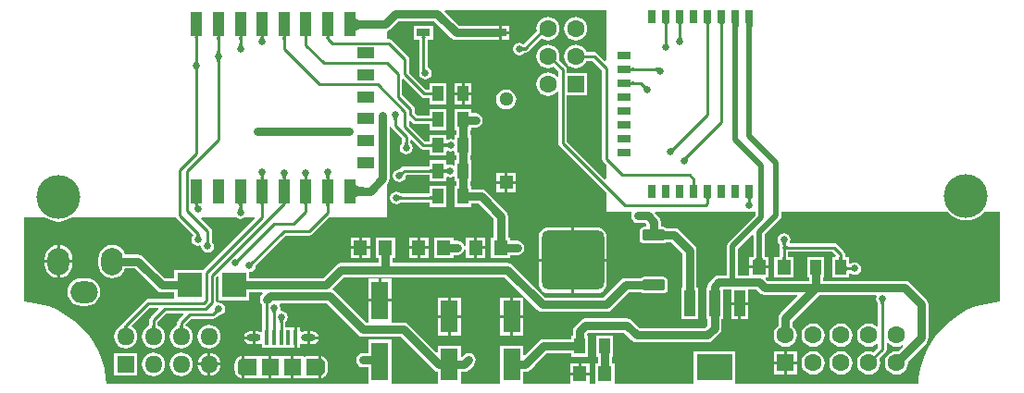
<source format=gtl>
G04 Layer_Physical_Order=1*
G04 Layer_Color=255*
%FSTAX24Y24*%
%MOIN*%
G70*
G01*
G75*
%ADD10R,0.0630X0.1378*%
%ADD11R,0.0394X0.0550*%
%ADD12R,0.0472X0.0315*%
%ADD13R,0.0591X0.0394*%
%ADD14R,0.0394X0.0886*%
%ADD15R,0.0500X0.0250*%
%ADD16R,0.0250X0.0500*%
%ADD17R,0.0315X0.0500*%
%ADD18R,0.0500X0.0550*%
%ADD19R,0.0591X0.0610*%
%ADD20R,0.0157X0.0532*%
%ADD21R,0.1299X0.0945*%
%ADD22R,0.0394X0.0945*%
G04:AMPARAMS|DCode=23|XSize=216.5mil|YSize=224.4mil|CornerRadius=27.1mil|HoleSize=0mil|Usage=FLASHONLY|Rotation=90.000|XOffset=0mil|YOffset=0mil|HoleType=Round|Shape=RoundedRectangle|*
%AMROUNDEDRECTD23*
21,1,0.2165,0.1703,0,0,90.0*
21,1,0.1624,0.2244,0,0,90.0*
1,1,0.0541,0.0851,0.0812*
1,1,0.0541,0.0851,-0.0812*
1,1,0.0541,-0.0851,-0.0812*
1,1,0.0541,-0.0851,0.0812*
%
%ADD23ROUNDEDRECTD23*%
G04:AMPARAMS|DCode=24|XSize=39.4mil|YSize=78.7mil|CornerRadius=4.9mil|HoleSize=0mil|Usage=FLASHONLY|Rotation=90.000|XOffset=0mil|YOffset=0mil|HoleType=Round|Shape=RoundedRectangle|*
%AMROUNDEDRECTD24*
21,1,0.0394,0.0689,0,0,90.0*
21,1,0.0295,0.0787,0,0,90.0*
1,1,0.0098,0.0344,0.0148*
1,1,0.0098,0.0344,-0.0148*
1,1,0.0098,-0.0344,-0.0148*
1,1,0.0098,-0.0344,0.0148*
%
%ADD24ROUNDEDRECTD24*%
%ADD25R,0.0900X0.0906*%
%ADD26R,0.0630X0.1181*%
%ADD27C,0.0200*%
%ADD28C,0.0300*%
%ADD29C,0.0100*%
%ADD30R,0.0512X0.0512*%
%ADD31C,0.0512*%
%ADD32O,0.0305X0.0610*%
%ADD33O,0.0512X0.0256*%
%ADD34O,0.0634X0.0630*%
%ADD35R,0.0634X0.0630*%
%ADD36C,0.0630*%
%ADD37R,0.0630X0.0630*%
%ADD38R,0.0630X0.0630*%
%ADD39O,0.0787X0.0984*%
%ADD40O,0.0984X0.0787*%
%ADD41C,0.1575*%
%ADD42C,0.0250*%
G36*
X045094Y032646D02*
X045086Y032643D01*
X045078Y032638D01*
X045072Y032631D01*
X045066Y032622D01*
X045062Y032611D01*
X045058Y032597D01*
X045056Y032582D01*
X045054Y032565D01*
X045054Y032546D01*
X044954D01*
X044953Y032565D01*
X044952Y032582D01*
X044949Y032597D01*
X044946Y032611D01*
X044941Y032622D01*
X044936Y032631D01*
X044929Y032638D01*
X044922Y032643D01*
X044913Y032646D01*
X044904Y032647D01*
X045104D01*
X045094Y032646D01*
D02*
G37*
G36*
X044594D02*
X044586Y032643D01*
X044578Y032638D01*
X044572Y032631D01*
X044566Y032622D01*
X044562Y032611D01*
X044558Y032597D01*
X044556Y032582D01*
X044554Y032565D01*
X044554Y032546D01*
X044454D01*
X044453Y032565D01*
X044452Y032582D01*
X044449Y032597D01*
X044446Y032611D01*
X044441Y032622D01*
X044436Y032631D01*
X044429Y032638D01*
X044422Y032643D01*
X044413Y032646D01*
X044404Y032647D01*
X044604D01*
X044594Y032646D01*
D02*
G37*
G36*
X043594D02*
X043586Y032643D01*
X043578Y032638D01*
X043572Y032631D01*
X043566Y032622D01*
X043562Y032611D01*
X043558Y032597D01*
X043556Y032582D01*
X043554Y032565D01*
X043554Y032546D01*
X043454D01*
X043453Y032565D01*
X043452Y032582D01*
X043449Y032597D01*
X043446Y032611D01*
X043441Y032622D01*
X043436Y032631D01*
X043429Y032638D01*
X043422Y032643D01*
X043413Y032646D01*
X043404Y032647D01*
X043604D01*
X043594Y032646D01*
D02*
G37*
G36*
X043094D02*
X043086Y032643D01*
X043078Y032638D01*
X043072Y032631D01*
X043066Y032622D01*
X043062Y032611D01*
X043058Y032597D01*
X043056Y032582D01*
X043054Y032565D01*
X043054Y032546D01*
X042954D01*
X042953Y032565D01*
X042952Y032582D01*
X042949Y032597D01*
X042946Y032611D01*
X042941Y032622D01*
X042936Y032631D01*
X042929Y032638D01*
X042922Y032643D01*
X042913Y032646D01*
X042904Y032647D01*
X043104D01*
X043094Y032646D01*
D02*
G37*
G36*
X046123Y032644D02*
X046119Y032638D01*
X046115Y032628D01*
X046112Y032614D01*
X04611Y032596D01*
X046106Y032548D01*
X046104Y032446D01*
X045904D01*
X045904Y032484D01*
X045895Y032614D01*
X045892Y032628D01*
X045889Y032638D01*
X045884Y032644D01*
X04588Y032646D01*
X046128D01*
X046123Y032644D01*
D02*
G37*
G36*
X045623D02*
X045619Y032638D01*
X045615Y032628D01*
X045612Y032614D01*
X04561Y032596D01*
X045606Y032548D01*
X045604Y032446D01*
X045404D01*
X045404Y032484D01*
X045395Y032614D01*
X045392Y032628D01*
X045389Y032638D01*
X045384Y032644D01*
X04538Y032646D01*
X045628D01*
X045623Y032644D01*
D02*
G37*
G36*
X031808Y032873D02*
X031817Y032848D01*
X031832Y032825D01*
X031853Y032806D01*
X03188Y032789D01*
X031913Y032776D01*
X031952Y032765D01*
X031997Y032758D01*
X032048Y032753D01*
X032105Y032752D01*
Y032452D01*
X032048Y03245D01*
X031997Y032446D01*
X031952Y032438D01*
X031913Y032428D01*
X03188Y032414D01*
X031853Y032398D01*
X031832Y032378D01*
X031817Y032356D01*
X031808Y03233D01*
X031805Y032302D01*
Y032902D01*
X031808Y032873D01*
D02*
G37*
G36*
X03679Y032144D02*
X036787Y032145D01*
X036778Y032146D01*
X036763Y032147D01*
X03649Y03215D01*
Y03245D01*
X03679Y032456D01*
Y032144D01*
D02*
G37*
G36*
X043554Y032171D02*
X043555Y032159D01*
X043557Y032147D01*
X04356Y032137D01*
X043563Y032126D01*
X043567Y032116D01*
X043572Y032107D01*
X043578Y032099D01*
X043584Y03209D01*
X043591Y032083D01*
X043416D01*
X043423Y03209D01*
X04343Y032099D01*
X043435Y032107D01*
X04344Y032116D01*
X043444Y032126D01*
X043448Y032137D01*
X04345Y032147D01*
X043452Y032159D01*
X043453Y032171D01*
X043454Y032183D01*
X043554D01*
X043554Y032171D01*
D02*
G37*
G36*
X030899Y03216D02*
X030894Y032158D01*
X030888Y032153D01*
X030884Y032147D01*
X03088Y03214D01*
X030877Y03213D01*
X030875Y032119D01*
X030873Y032106D01*
X030872Y032092D01*
X030872Y032076D01*
X030772D01*
X030771Y032092D01*
X030769Y032119D01*
X030766Y03213D01*
X030763Y03214D01*
X030759Y032147D01*
X030755Y032153D01*
X03075Y032158D01*
X030744Y03216D01*
X030737Y032161D01*
X030906D01*
X030899Y03216D01*
D02*
G37*
G36*
X030125Y03216D02*
X030116Y032157D01*
X030109Y032152D01*
X030102Y032145D01*
X030097Y032136D01*
X030092Y032125D01*
X030089Y032111D01*
X030086Y032096D01*
X030085Y032079D01*
X030084Y03206D01*
X029984D01*
X029984Y032079D01*
X029982Y032096D01*
X02998Y032111D01*
X029976Y032125D01*
X029972Y032136D01*
X029966Y032145D01*
X02996Y032152D01*
X029952Y032157D01*
X029944Y03216D01*
X029934Y032161D01*
X030134D01*
X030125Y03216D01*
D02*
G37*
G36*
X029337D02*
X029329Y032157D01*
X029321Y032152D01*
X029315Y032145D01*
X029309Y032136D01*
X029305Y032125D01*
X029301Y032111D01*
X029299Y032096D01*
X029297Y032079D01*
X029297Y03206D01*
X029197D01*
X029196Y032079D01*
X029195Y032096D01*
X029192Y032111D01*
X029189Y032125D01*
X029184Y032136D01*
X029179Y032145D01*
X029172Y032152D01*
X029165Y032157D01*
X029156Y03216D01*
X029147Y032161D01*
X029347D01*
X029337Y03216D01*
D02*
G37*
G36*
X027778D02*
X027769Y032157D01*
X027762Y032152D01*
X027755Y032145D01*
X02775Y032136D01*
X027745Y032125D01*
X027742Y032111D01*
X027739Y032096D01*
X027738Y032079D01*
X027737Y03206D01*
X027637D01*
X027637Y032079D01*
X027635Y032096D01*
X027633Y032111D01*
X027629Y032125D01*
X027625Y032136D01*
X027619Y032145D01*
X027613Y032152D01*
X027605Y032157D01*
X027597Y03216D01*
X027587Y032161D01*
X027787D01*
X027778Y03216D01*
D02*
G37*
G36*
X026975D02*
X026967Y032157D01*
X026959Y032152D01*
X026953Y032145D01*
X026947Y032136D01*
X026943Y032125D01*
X026939Y032111D01*
X026937Y032096D01*
X026935Y032079D01*
X026935Y03206D01*
X026835D01*
X026834Y032079D01*
X026833Y032096D01*
X02683Y032111D01*
X026827Y032125D01*
X026822Y032136D01*
X026817Y032145D01*
X02681Y032152D01*
X026803Y032157D01*
X026794Y03216D01*
X026785Y032161D01*
X026985D01*
X026975Y03216D01*
D02*
G37*
G36*
X026188D02*
X026179Y032157D01*
X026172Y032152D01*
X026165Y032145D01*
X02616Y032136D01*
X026155Y032125D01*
X026152Y032111D01*
X026149Y032096D01*
X026148Y032079D01*
X026147Y03206D01*
X026047D01*
X026047Y032079D01*
X026045Y032096D01*
X026043Y032111D01*
X026039Y032125D01*
X026035Y032136D01*
X026029Y032145D01*
X026023Y032152D01*
X026015Y032157D01*
X026007Y03216D01*
X025997Y032161D01*
X026197D01*
X026188Y03216D01*
D02*
G37*
G36*
X028538D02*
X028529Y032157D01*
X028522Y032152D01*
X028515Y032145D01*
X02851Y032136D01*
X028505Y032125D01*
X028503Y032115D01*
X028503Y032113D01*
X028507Y032103D01*
X028511Y032093D01*
X028516Y032084D01*
X028521Y032075D01*
X028528Y032067D01*
X028535Y032059D01*
X02836D01*
X028367Y032067D01*
X028373Y032075D01*
X028379Y032084D01*
X028384Y032093D01*
X028388Y032103D01*
X028391Y032113D01*
X028392Y032115D01*
X028389Y032125D01*
X028385Y032136D01*
X028379Y032145D01*
X028373Y032152D01*
X028365Y032157D01*
X028357Y03216D01*
X028347Y032161D01*
X028547D01*
X028538Y03216D01*
D02*
G37*
G36*
X040847Y031312D02*
X040801Y031292D01*
X040535Y031558D01*
X040486Y031591D01*
X040427Y031603D01*
X040133D01*
X04011Y031659D01*
X040043Y031746D01*
X039957Y031812D01*
X039856Y031854D01*
X039747Y031869D01*
X039639Y031854D01*
X039538Y031812D01*
X039451Y031746D01*
X039385Y031659D01*
X039343Y031558D01*
X039329Y03145D01*
X039343Y031342D01*
X039385Y031241D01*
X039451Y031154D01*
X039538Y031088D01*
X039639Y031046D01*
X039747Y031031D01*
X039856Y031046D01*
X039957Y031088D01*
X040043Y031154D01*
X04011Y031241D01*
X040133Y031297D01*
X040364D01*
X040704Y030957D01*
Y02775D01*
X040716Y027691D01*
X040749Y027642D01*
X040847Y027544D01*
Y027042D01*
X040801Y027022D01*
X03943Y028393D01*
Y030035D01*
X040162D01*
Y030865D01*
X03943D01*
Y03097D01*
X039419Y031029D01*
X039385Y031078D01*
X039143Y031321D01*
X039152Y031342D01*
X039166Y03145D01*
X039152Y031558D01*
X03911Y031659D01*
X039043Y031746D01*
X038957Y031812D01*
X038856Y031854D01*
X038747Y031869D01*
X038639Y031854D01*
X038538Y031812D01*
X038451Y031746D01*
X038385Y031659D01*
X038343Y031558D01*
X038329Y03145D01*
X038343Y031342D01*
X038385Y031241D01*
X038451Y031154D01*
X038538Y031088D01*
X038639Y031046D01*
X038747Y031031D01*
X038856Y031046D01*
X038947Y031084D01*
X039124Y030907D01*
Y030722D01*
X039074Y030705D01*
X039043Y030746D01*
X038957Y030812D01*
X038856Y030854D01*
X038747Y030869D01*
X038639Y030854D01*
X038538Y030812D01*
X038451Y030746D01*
X038385Y030659D01*
X038343Y030558D01*
X038329Y03045D01*
X038343Y030342D01*
X038385Y030241D01*
X038451Y030154D01*
X038538Y030088D01*
X038639Y030046D01*
X038747Y030031D01*
X038856Y030046D01*
X038957Y030088D01*
X039043Y030154D01*
X039074Y030195D01*
X039124Y030178D01*
Y02833D01*
X039136Y028271D01*
X039169Y028222D01*
X040847Y026544D01*
Y02585D01*
X041744D01*
X041767Y025806D01*
X041762Y025798D01*
X041742Y0257D01*
X041762Y025602D01*
X041817Y02552D01*
X0419Y025464D01*
X041997Y025445D01*
X042242D01*
X042299Y025388D01*
Y025299D01*
X042209D01*
X042151Y025288D01*
X042102Y025255D01*
X042069Y025205D01*
X042057Y025147D01*
Y024852D01*
X042069Y024794D01*
X042102Y024744D01*
X042151Y024711D01*
X042209Y0247D01*
X042898D01*
X042957Y024711D01*
X043006Y024744D01*
X043006Y024745D01*
X043192D01*
X043587Y02435D01*
Y023114D01*
X043545D01*
Y021969D01*
X044139D01*
Y023114D01*
X044097D01*
Y024456D01*
X044077Y024553D01*
X044022Y024636D01*
X043478Y02518D01*
X043395Y025235D01*
X043298Y025254D01*
X043006D01*
X043006Y025255D01*
X042957Y025288D01*
X042898Y025299D01*
X042809D01*
Y025493D01*
X042789Y025591D01*
X042734Y025674D01*
X042604Y025804D01*
X042623Y02585D01*
X045974D01*
X046004Y025844D01*
X046033Y02585D01*
X046233D01*
Y025724D01*
X045253Y024744D01*
X045209Y024678D01*
X045193Y0246D01*
Y023555D01*
X044897D01*
X0448Y023535D01*
X044717Y02348D01*
X044567Y02333D01*
X044512Y023248D01*
X044492Y02315D01*
Y023114D01*
X04445D01*
Y021969D01*
X044492D01*
Y021756D01*
X044392Y021655D01*
X042053D01*
X041777Y02193D01*
X041695Y021985D01*
X041597Y022005D01*
X040097D01*
X04Y021985D01*
X039917Y02193D01*
X039717Y02173D01*
X039662Y021648D01*
X039642Y02155D01*
Y021375D01*
X0396D01*
Y021255D01*
X038597D01*
X0385Y021235D01*
X038417Y02118D01*
X037908Y020672D01*
X037862Y020691D01*
Y021024D01*
X037032D01*
Y019653D01*
X035612D01*
Y020079D01*
X035731D01*
X035829Y020098D01*
X035911Y020154D01*
X036077Y02032D01*
X036133Y020402D01*
X036152Y0205D01*
X036133Y020598D01*
X036077Y02068D01*
X035995Y020735D01*
X035897Y020755D01*
X0358Y020735D01*
X035717Y02068D01*
X035662Y020625D01*
X035612Y020646D01*
Y021024D01*
X034782D01*
Y020791D01*
X034736Y020772D01*
X033727Y02178D01*
X033645Y021835D01*
X033547Y021855D01*
X033159D01*
X033112Y021863D01*
X033112Y021905D01*
Y022602D01*
X032697D01*
X032282D01*
Y021905D01*
X032282Y021863D01*
X032236Y021855D01*
X032203D01*
X031077Y02298D01*
X031006Y023028D01*
X030991Y023083D01*
X031403Y023495D01*
X037192D01*
X037893Y022794D01*
X037859Y022757D01*
X037813Y022757D01*
X037497D01*
Y022116D01*
X037862D01*
Y022707D01*
X037862Y022754D01*
X0379Y022787D01*
X038367Y02232D01*
X03845Y022264D01*
X038547Y022245D01*
X040847D01*
X040945Y022264D01*
X041027Y02232D01*
X041653Y022945D01*
X042102D01*
X042102Y022945D01*
X042151Y022912D01*
X042209Y022901D01*
X042898D01*
X042957Y022912D01*
X043006Y022945D01*
X043039Y022995D01*
X043051Y023053D01*
Y023348D01*
X043039Y023406D01*
X043006Y023456D01*
X042957Y023489D01*
X042898Y0235D01*
X042209D01*
X042151Y023489D01*
X042102Y023456D01*
X042102Y023455D01*
X041548D01*
X04145Y023436D01*
X041367Y023381D01*
X040742Y022755D01*
X038653D01*
X037477Y02393D01*
X037395Y023986D01*
X037297Y024005D01*
X033155D01*
Y024175D01*
X03325D01*
Y024925D01*
X03255D01*
Y024175D01*
X032645D01*
Y024005D01*
X031297D01*
X0312Y023986D01*
X031117Y02393D01*
X030642Y023455D01*
X027997D01*
Y023671D01*
X028085Y023688D01*
X028159Y023738D01*
X028209Y023812D01*
X028227Y0239D01*
X028225Y023908D01*
X028225Y023908D01*
X028226Y02391D01*
X028227Y023912D01*
X028229Y023915D01*
X02823Y023917D01*
X029311Y024997D01*
X030147D01*
X030206Y025009D01*
X030255Y025042D01*
X030864Y02565D01*
X032947D01*
Y02684D01*
X032977Y02687D01*
X033033Y026952D01*
X033052Y02705D01*
Y028906D01*
X033102Y028911D01*
X033106Y028891D01*
X033139Y028842D01*
X033494Y028487D01*
Y028327D01*
X033494Y028324D01*
X033493Y028321D01*
X033492Y028319D01*
X033492Y028317D01*
X033491Y028316D01*
X033485Y028312D01*
X033435Y028238D01*
X033418Y02815D01*
X033435Y028062D01*
X033485Y027988D01*
X033559Y027938D01*
X033647Y027921D01*
X033735Y027938D01*
X033809Y027988D01*
X033859Y028062D01*
X033877Y02815D01*
X033859Y028238D01*
X033809Y028312D01*
X033803Y028316D01*
X033803Y028317D01*
X033802Y028319D01*
X033801Y028321D01*
X033801Y028324D01*
X0338Y028327D01*
Y028415D01*
X033846Y028435D01*
X034144Y028137D01*
X034194Y028104D01*
X034252Y028092D01*
X0345D01*
Y02787D01*
X035094D01*
Y028029D01*
X035138Y028052D01*
X035159Y028038D01*
X035247Y028021D01*
X035335Y028038D01*
X035356Y028052D01*
X0354Y028029D01*
Y02787D01*
X035442D01*
Y027703D01*
X0354D01*
Y027541D01*
X03535Y027514D01*
X035313Y027539D01*
X035225Y027557D01*
X035144Y027541D01*
X035106Y027556D01*
X035094Y027562D01*
Y027703D01*
X0345D01*
Y02748D01*
X033575D01*
X033516Y027469D01*
X033467Y027436D01*
X033414Y027383D01*
X033412Y027382D01*
X033409Y02738D01*
X033407Y027379D01*
X033405Y027378D01*
X033405Y027378D01*
X033397Y027379D01*
X033309Y027362D01*
X033235Y027312D01*
X033185Y027238D01*
X033168Y02715D01*
X033185Y027062D01*
X033235Y026988D01*
X033309Y026938D01*
X033397Y026921D01*
X033485Y026938D01*
X033559Y026988D01*
X033609Y027062D01*
X033627Y02715D01*
X033669Y027175D01*
X0345D01*
Y026953D01*
X035094D01*
Y027093D01*
X035106Y027099D01*
X035144Y027114D01*
X035225Y027098D01*
X035313Y027116D01*
X03535Y027141D01*
X0354Y027114D01*
Y026953D01*
X035442D01*
Y026775D01*
X0354D01*
Y026025D01*
X035994D01*
Y026145D01*
X036242D01*
X036795Y025592D01*
Y024925D01*
X0367D01*
Y024175D01*
X0374D01*
Y024295D01*
X037647D01*
X037745Y024314D01*
X037827Y02437D01*
X037883Y024452D01*
X037902Y02455D01*
X037883Y024648D01*
X037827Y02473D01*
X037745Y024785D01*
X037647Y024805D01*
X0374D01*
Y024925D01*
X037305D01*
Y025697D01*
X037285Y025795D01*
X03723Y025877D01*
X036527Y02658D01*
X036445Y026636D01*
X036347Y026655D01*
X035994D01*
Y026775D01*
X035952D01*
Y026953D01*
X035994D01*
Y027703D01*
X035952D01*
Y02787D01*
X035994D01*
Y02862D01*
X035952D01*
Y028798D01*
X035994D01*
Y028895D01*
X036147D01*
X036245Y028914D01*
X036327Y02897D01*
X036383Y029052D01*
X036402Y02915D01*
X036383Y029248D01*
X036327Y02933D01*
X036245Y029385D01*
X036147Y029405D01*
X035994D01*
Y029548D01*
X0354D01*
Y028798D01*
X035442D01*
Y02862D01*
X0354D01*
Y028471D01*
X035356Y028448D01*
X035335Y028462D01*
X035247Y028479D01*
X035159Y028462D01*
X035138Y028448D01*
X035094Y028471D01*
Y02862D01*
X0345D01*
Y028398D01*
X034316D01*
X03375Y028963D01*
Y029115D01*
X033796Y029135D01*
X033867Y029064D01*
X033916Y029031D01*
X033975Y02902D01*
X0345D01*
Y028798D01*
X035094D01*
Y029548D01*
X0345D01*
Y029325D01*
X034038D01*
X03395Y029413D01*
Y029533D01*
X033939Y029591D01*
X033905Y029641D01*
X0335Y030046D01*
Y030615D01*
X033546Y030635D01*
X034189Y029992D01*
X034239Y029959D01*
X034297Y029947D01*
X0345D01*
Y029725D01*
X035094D01*
Y030475D01*
X0345D01*
Y030253D01*
X034361D01*
X03375Y030863D01*
Y03135D01*
X033739Y031409D01*
X033705Y031458D01*
X03314Y032023D01*
X033091Y032056D01*
X033032Y032068D01*
X032947D01*
Y03236D01*
X032977Y032366D01*
X03306Y032421D01*
X033363Y032725D01*
X034662D01*
X035267Y03212D01*
X03535Y032064D01*
X035447Y032045D01*
X036689D01*
Y032043D01*
X036786D01*
X03679Y032042D01*
X036791Y032042D01*
X036792Y032042D01*
X036795Y032043D01*
X036975D01*
Y0323D01*
Y032557D01*
X036794D01*
X03679Y032558D01*
X036789Y032558D01*
X036788Y032558D01*
X036753Y032557D01*
X036689D01*
Y032556D01*
X036629Y032555D01*
X035553D01*
X035027Y03308D01*
X035046Y033127D01*
X040847D01*
Y031312D01*
D02*
G37*
G36*
X043054Y031961D02*
X043055Y031949D01*
X043057Y031937D01*
X04306Y031927D01*
X043063Y031916D01*
X043067Y031906D01*
X043072Y031897D01*
X043078Y031889D01*
X043084Y03188D01*
X043091Y031873D01*
X042916D01*
X042923Y03188D01*
X04293Y031889D01*
X042935Y031897D01*
X04294Y031906D01*
X042944Y031916D01*
X042948Y031927D01*
X04295Y031937D01*
X042952Y031949D01*
X042953Y031961D01*
X042954Y031973D01*
X043054D01*
X043054Y031961D01*
D02*
G37*
G36*
X027738Y031907D02*
X027739Y031895D01*
X027741Y031884D01*
X027743Y031873D01*
X027747Y031863D01*
X027751Y031853D01*
X027756Y031844D01*
X027761Y031835D01*
X027768Y031827D01*
X027775Y031819D01*
X0276D01*
X027607Y031827D01*
X027613Y031835D01*
X027619Y031844D01*
X027624Y031853D01*
X027628Y031863D01*
X027631Y031873D01*
X027634Y031884D01*
X027636Y031895D01*
X027637Y031907D01*
X027637Y03192D01*
X027737D01*
X027738Y031907D01*
D02*
G37*
G36*
X026935Y031627D02*
X026936Y031615D01*
X026938Y031604D01*
X026941Y031593D01*
X026944Y031583D01*
X026948Y031573D01*
X026953Y031564D01*
X026959Y031555D01*
X026965Y031547D01*
X026972Y031539D01*
X026797D01*
X026804Y031547D01*
X026811Y031555D01*
X026816Y031564D01*
X026821Y031573D01*
X026825Y031583D01*
X026829Y031593D01*
X026831Y031604D01*
X026833Y031615D01*
X026834Y031627D01*
X026835Y03164D01*
X026935D01*
X026935Y031627D01*
D02*
G37*
G36*
X026965Y031353D02*
X026959Y031345D01*
X026953Y031336D01*
X026948Y031327D01*
X026944Y031317D01*
X026941Y031307D01*
X026938Y031296D01*
X026936Y031285D01*
X026935Y031273D01*
X026935Y03126D01*
X026835D01*
X026834Y031273D01*
X026833Y031285D01*
X026831Y031296D01*
X026829Y031307D01*
X026825Y031317D01*
X026821Y031327D01*
X026816Y031336D01*
X026811Y031345D01*
X026804Y031353D01*
X026797Y031361D01*
X026972D01*
X026965Y031353D01*
D02*
G37*
G36*
X026148Y031287D02*
X026149Y031275D01*
X026151Y031264D01*
X026153Y031253D01*
X026157Y031243D01*
X026161Y031233D01*
X026166Y031224D01*
X026171Y031215D01*
X026178Y031207D01*
X026185Y031199D01*
X02601D01*
X026017Y031207D01*
X026023Y031215D01*
X026029Y031224D01*
X026034Y031233D01*
X026038Y031243D01*
X026041Y031253D01*
X026044Y031264D01*
X026046Y031275D01*
X026047Y031287D01*
X026047Y0313D01*
X026147D01*
X026148Y031287D01*
D02*
G37*
G36*
X026178Y031013D02*
X026171Y031005D01*
X026166Y030996D01*
X026161Y030987D01*
X026157Y030977D01*
X026153Y030967D01*
X026151Y030956D01*
X026149Y030945D01*
X026148Y030933D01*
X026147Y03092D01*
X026047D01*
X026047Y030933D01*
X026046Y030945D01*
X026044Y030956D01*
X026041Y030967D01*
X026038Y030977D01*
X026034Y030987D01*
X026029Y030996D01*
X026023Y031005D01*
X026017Y031013D01*
X02601Y031021D01*
X026185D01*
X026178Y031013D01*
D02*
G37*
G36*
X042774Y031033D02*
X042672Y030904D01*
X042671Y030911D01*
X042669Y030918D01*
X042665Y030924D01*
X04266Y030929D01*
X042654Y030933D01*
X042646Y030937D01*
X042637Y030939D01*
X042627Y030941D01*
X042615Y030943D01*
X042602Y030943D01*
X042629Y031043D01*
X042774Y031033D01*
D02*
G37*
G36*
X041748Y031084D02*
X041751Y031075D01*
X041756Y031068D01*
X041764Y031061D01*
X041773Y031056D01*
X041784Y031051D01*
X041797Y031047D01*
X041812Y031045D01*
X041829Y031044D01*
X041849Y031043D01*
Y030943D01*
X041829Y030942D01*
X041812Y030941D01*
X041797Y030938D01*
X041784Y030935D01*
X041773Y030931D01*
X041764Y030925D01*
X041756Y030919D01*
X041751Y030911D01*
X041748Y030903D01*
X041747Y030893D01*
Y031093D01*
X041748Y031084D01*
D02*
G37*
G36*
Y030584D02*
X041751Y030575D01*
X041756Y030568D01*
X041764Y030561D01*
X041773Y030556D01*
X041784Y030551D01*
X041797Y030547D01*
X041812Y030545D01*
X041829Y030543D01*
X041849Y030543D01*
Y030443D01*
X041829Y030443D01*
X041812Y030441D01*
X041797Y030438D01*
X041784Y030435D01*
X041773Y030431D01*
X041764Y030425D01*
X041756Y030419D01*
X041751Y030411D01*
X041748Y030403D01*
X041747Y030393D01*
Y030593D01*
X041748Y030584D01*
D02*
G37*
G36*
X042238Y030411D02*
X042247Y030403D01*
X042256Y030397D01*
X042266Y030391D01*
X042275Y030386D01*
X042285Y030382D01*
X042295Y030379D01*
X042305Y030377D01*
X042316Y030375D01*
X042326Y030375D01*
X042202Y030251D01*
X042202Y030262D01*
X042201Y030272D01*
X042198Y030282D01*
X042195Y030292D01*
X042191Y030302D01*
X042187Y030312D01*
X042181Y030321D01*
X042174Y03033D01*
X042166Y03034D01*
X042158Y030349D01*
X042229Y030419D01*
X042238Y030411D01*
D02*
G37*
G36*
X034603Y03D02*
X034602Y03001D01*
X034599Y030018D01*
X034594Y030025D01*
X034587Y030032D01*
X034578Y030038D01*
X034566Y030042D01*
X034553Y030045D01*
X034538Y030048D01*
X034521Y03005D01*
X034502Y03005D01*
Y03015D01*
X034521Y03015D01*
X034538Y030152D01*
X034553Y030155D01*
X034566Y030158D01*
X034578Y030162D01*
X034587Y030168D01*
X034594Y030175D01*
X034599Y030182D01*
X034602Y03019D01*
X034603Y0302D01*
Y03D01*
D02*
G37*
G36*
X033336Y029262D02*
X033328Y029254D01*
X033322Y029246D01*
X033316Y029238D01*
X033311Y029228D01*
X033307Y029219D01*
X033303Y029209D01*
X033301Y029198D01*
X033299Y029186D01*
X033298Y029174D01*
X033297Y029162D01*
X033197Y029164D01*
X033197Y029177D01*
X033196Y029189D01*
X033194Y0292D01*
X033191Y029211D01*
X033188Y029221D01*
X033184Y029231D01*
X033179Y029241D01*
X033174Y029249D01*
X033168Y029258D01*
X033161Y029265D01*
X033336Y029262D01*
D02*
G37*
G36*
X034603Y029072D02*
X034602Y029082D01*
X034599Y02909D01*
X034594Y029098D01*
X034587Y029104D01*
X034578Y02911D01*
X034566Y029114D01*
X034553Y029118D01*
X034538Y029121D01*
X034521Y029122D01*
X034502Y029123D01*
Y029223D01*
X034521Y029223D01*
X034538Y029225D01*
X034553Y029227D01*
X034566Y02923D01*
X034578Y029235D01*
X034587Y029241D01*
X034594Y029247D01*
X034599Y029255D01*
X034602Y029263D01*
X034603Y029272D01*
Y029072D01*
D02*
G37*
G36*
X033698Y028327D02*
X033699Y028315D01*
X033701Y028304D01*
X033703Y028293D01*
X033707Y028283D01*
X033711Y028273D01*
X033716Y028264D01*
X033721Y028255D01*
X033728Y028247D01*
X033735Y028239D01*
X03356D01*
X033567Y028247D01*
X033573Y028255D01*
X033579Y028264D01*
X033584Y028273D01*
X033588Y028283D01*
X033591Y028293D01*
X033594Y028304D01*
X033596Y028315D01*
X033597Y028327D01*
X033597Y02834D01*
X033697D01*
X033698Y028327D01*
D02*
G37*
G36*
X034993Y02834D02*
X034996Y028332D01*
X035001Y028324D01*
X035008Y028318D01*
X035017Y028312D01*
X035028Y028308D01*
X035041Y028305D01*
X035056Y028302D01*
X035073Y028301D01*
X035082Y028301D01*
X035093Y028303D01*
X035104Y028306D01*
X035115Y028309D01*
X035124Y028314D01*
X035134Y028318D01*
X035142Y028324D01*
X03515Y02833D01*
X035158Y028338D01*
Y028163D01*
X03515Y02817D01*
X035142Y028176D01*
X035134Y028182D01*
X035124Y028187D01*
X035115Y028191D01*
X035104Y028194D01*
X035093Y028197D01*
X035082Y028198D01*
X035073Y028199D01*
X035056Y028198D01*
X035041Y028196D01*
X035028Y028192D01*
X035017Y028187D01*
X035008Y028182D01*
X035001Y028175D01*
X034996Y028168D01*
X034993Y028159D01*
X034992Y02815D01*
Y02835D01*
X034993Y02834D01*
D02*
G37*
G36*
X034603Y028145D02*
X034602Y028154D01*
X034599Y028163D01*
X034594Y02817D01*
X034587Y028177D01*
X034578Y028182D01*
X034566Y028187D01*
X034553Y028191D01*
X034538Y028193D01*
X034521Y028194D01*
X034502Y028195D01*
Y028295D01*
X034521Y028296D01*
X034538Y028297D01*
X034553Y0283D01*
X034566Y028303D01*
X034578Y028307D01*
X034587Y028313D01*
X034594Y028319D01*
X034599Y028327D01*
X034602Y028335D01*
X034603Y028345D01*
Y028145D01*
D02*
G37*
G36*
X043337Y028109D02*
X043328Y0281D01*
X04332Y02809D01*
X043314Y028081D01*
X043308Y028072D01*
X043303Y028062D01*
X043299Y028052D01*
X043296Y028042D01*
X043294Y028032D01*
X043293Y028022D01*
X043292Y028011D01*
X043168Y028135D01*
X043179Y028135D01*
X043189Y028137D01*
X043199Y028139D01*
X043209Y028142D01*
X043219Y028146D01*
X043229Y028151D01*
X043238Y028157D01*
X043248Y028163D01*
X043257Y028171D01*
X043266Y028179D01*
X043337Y028109D01*
D02*
G37*
G36*
X043813Y027805D02*
X043804Y027796D01*
X043797Y027786D01*
X04379Y027777D01*
X043785Y027767D01*
X043781Y027758D01*
X043778Y027748D01*
X043777Y027739D01*
X043776Y027729D01*
X043777Y027719D01*
X043779Y02771D01*
X04363Y027802D01*
X04364Y027805D01*
X04365Y027808D01*
X043659Y027812D01*
X043669Y027816D01*
X043678Y027821D01*
X043688Y027827D01*
X043697Y027834D01*
X043715Y027849D01*
X043724Y027857D01*
X043813Y027805D01*
D02*
G37*
G36*
X034993Y027418D02*
X034996Y02741D01*
X035001Y027402D01*
X035008Y027396D01*
X035017Y02739D01*
X035028Y027385D01*
X035041Y027382D01*
X035056Y02738D01*
X03506Y027379D01*
X035071Y027381D01*
X035082Y027383D01*
X035092Y027387D01*
X035102Y027391D01*
X035111Y027396D01*
X03512Y027401D01*
X035128Y027408D01*
X035135Y027415D01*
Y02724D01*
X035128Y027247D01*
X03512Y027253D01*
X035111Y027259D01*
X035102Y027264D01*
X035092Y027268D01*
X035082Y027271D01*
X035071Y027274D01*
X03506Y027276D01*
X035056Y027276D01*
X035041Y027273D01*
X035028Y027269D01*
X035017Y027265D01*
X035008Y02726D01*
X035001Y027253D01*
X034996Y027246D01*
X034993Y027237D01*
X034992Y027227D01*
Y027427D01*
X034993Y027418D01*
D02*
G37*
G36*
X034603Y027227D02*
X034602Y027237D01*
X034599Y027246D01*
X034594Y027253D01*
X034587Y02726D01*
X034577Y027265D01*
X034566Y027269D01*
X034553Y027273D01*
X034538Y027276D01*
X034521Y027277D01*
X034502Y027278D01*
Y027378D01*
X034521Y027378D01*
X034538Y02738D01*
X034553Y027382D01*
X034566Y027385D01*
X034577Y02739D01*
X034587Y027396D01*
X034594Y027402D01*
X034599Y02741D01*
X034602Y027418D01*
X034603Y027427D01*
Y027227D01*
D02*
G37*
G36*
X033567Y027249D02*
X033558Y02724D01*
X03355Y02723D01*
X033544Y027221D01*
X033538Y027212D01*
X033533Y027202D01*
X033529Y027192D01*
X033526Y027182D01*
X033524Y027172D01*
X033523Y027162D01*
X033522Y027151D01*
X033398Y027275D01*
X033409Y027275D01*
X033419Y027277D01*
X033429Y027279D01*
X033439Y027282D01*
X033449Y027286D01*
X033459Y027291D01*
X033468Y027297D01*
X033478Y027303D01*
X033487Y027311D01*
X033496Y027319D01*
X033567Y027249D01*
D02*
G37*
G36*
X030902Y027179D02*
X030896Y027171D01*
X03089Y027162D01*
X030885Y027153D01*
X030881Y027143D01*
X030878Y027133D01*
X030875Y027122D01*
X030873Y02711D01*
X030873Y02711D01*
X030874Y027103D01*
X030876Y027088D01*
X03088Y027075D01*
X030884Y027063D01*
X03089Y027054D01*
X030896Y027047D01*
X030904Y027042D01*
X030912Y027039D01*
X030922Y027038D01*
X030722D01*
X030731Y027039D01*
X03074Y027042D01*
X030747Y027047D01*
X030754Y027054D01*
X030759Y027063D01*
X030764Y027075D01*
X030767Y027088D01*
X03077Y027103D01*
X03077Y02711D01*
X03077Y02711D01*
X030768Y027122D01*
X030766Y027133D01*
X030762Y027143D01*
X030758Y027153D01*
X030753Y027162D01*
X030748Y027171D01*
X030741Y027179D01*
X030734Y027186D01*
X030909D01*
X030902Y027179D01*
D02*
G37*
G36*
X030115Y027166D02*
X030108Y027158D01*
X030103Y027149D01*
X030098Y02714D01*
X030094Y02713D01*
X03009Y02712D01*
X030088Y027109D01*
X030086Y027102D01*
X030089Y027088D01*
X030092Y027075D01*
X030097Y027063D01*
X030102Y027054D01*
X030109Y027047D01*
X030116Y027042D01*
X030125Y027039D01*
X030134Y027038D01*
X029934D01*
X029944Y027039D01*
X029952Y027042D01*
X02996Y027047D01*
X029966Y027054D01*
X029972Y027063D01*
X029976Y027075D01*
X02998Y027088D01*
X029982Y027102D01*
X029981Y027109D01*
X029978Y02712D01*
X029975Y02713D01*
X029971Y02714D01*
X029966Y027149D01*
X02996Y027158D01*
X029954Y027166D01*
X029947Y027174D01*
X030122D01*
X030115Y027166D01*
D02*
G37*
G36*
X029327Y027154D02*
X029321Y027145D01*
X029315Y027137D01*
X02931Y027127D01*
X029306Y027118D01*
X029303Y027107D01*
X0293Y027097D01*
X0293Y027096D01*
X029301Y027088D01*
X029305Y027075D01*
X029309Y027063D01*
X029315Y027054D01*
X029321Y027047D01*
X029329Y027042D01*
X029337Y027039D01*
X029347Y027038D01*
X029147D01*
X029156Y027039D01*
X029165Y027042D01*
X029172Y027047D01*
X029179Y027054D01*
X029184Y027063D01*
X029189Y027075D01*
X029192Y027088D01*
X029194Y027096D01*
X029193Y027097D01*
X029191Y027107D01*
X029187Y027118D01*
X029183Y027127D01*
X029178Y027137D01*
X029173Y027145D01*
X029166Y027154D01*
X029159Y027161D01*
X029334D01*
X029327Y027154D01*
D02*
G37*
G36*
X02854Y027191D02*
X028533Y027183D01*
X028528Y027174D01*
X028523Y027165D01*
X028519Y027155D01*
X028515Y027145D01*
X028513Y027134D01*
X028511Y027123D01*
X02851Y027116D01*
X028511Y027103D01*
X028514Y027088D01*
X028517Y027075D01*
X028522Y027063D01*
X028527Y027054D01*
X028534Y027047D01*
X028541Y027042D01*
X02855Y027039D01*
X028559Y027038D01*
X028359D01*
X028369Y027039D01*
X028377Y027042D01*
X028385Y027047D01*
X028391Y027054D01*
X028397Y027063D01*
X028401Y027075D01*
X028405Y027088D01*
X028407Y027103D01*
X028409Y027116D01*
X028408Y027123D01*
X028406Y027134D01*
X028403Y027145D01*
X0284Y027155D01*
X028396Y027165D01*
X028391Y027174D01*
X028385Y027183D01*
X028379Y027191D01*
X028372Y027199D01*
X028547D01*
X02854Y027191D01*
D02*
G37*
G36*
X044054Y026925D02*
X044056Y026908D01*
X044058Y026893D01*
X044062Y026879D01*
X044066Y026868D01*
X044072Y026859D01*
X044078Y026852D01*
X044086Y026847D01*
X044094Y026844D01*
X044104Y026843D01*
X043904D01*
X043913Y026844D01*
X043922Y026847D01*
X043929Y026852D01*
X043936Y026859D01*
X043941Y026868D01*
X043946Y026879D01*
X043949Y026893D01*
X043952Y026908D01*
X043953Y026925D01*
X043954Y026944D01*
X044054D01*
X044054Y026925D01*
D02*
G37*
G36*
X031808Y026869D02*
X031817Y026844D01*
X031832Y026821D01*
X031853Y026802D01*
X03188Y026785D01*
X031913Y026772D01*
X031952Y026761D01*
X031997Y026754D01*
X032048Y026749D01*
X032105Y026748D01*
Y026448D01*
X032048Y026446D01*
X031997Y026442D01*
X031952Y026434D01*
X031913Y026424D01*
X03188Y02641D01*
X031853Y026394D01*
X031832Y026374D01*
X031817Y026352D01*
X031808Y026326D01*
X031805Y026298D01*
Y026898D01*
X031808Y026869D01*
D02*
G37*
G36*
X044594Y026347D02*
X044586Y026344D01*
X044578Y026339D01*
X044572Y026332D01*
X044566Y026323D01*
X044562Y026311D01*
X044558Y026298D01*
X044556Y026283D01*
X044554Y026266D01*
X044554Y026247D01*
X044454D01*
X044453Y026266D01*
X044452Y026283D01*
X044449Y026298D01*
X044446Y026311D01*
X044441Y026323D01*
X044436Y026332D01*
X044429Y026339D01*
X044422Y026344D01*
X044413Y026347D01*
X044404Y026348D01*
X044604D01*
X044594Y026347D01*
D02*
G37*
G36*
X046094D02*
X046086Y026344D01*
X046078Y026339D01*
X046072Y026332D01*
X046066Y026323D01*
X046062Y026311D01*
X046058Y026298D01*
X046056Y026283D01*
X046054Y026266D01*
X046054Y026255D01*
X046054Y026251D01*
X046055Y026239D01*
X046057Y026227D01*
X04606Y026217D01*
X046063Y026206D01*
X046067Y026196D01*
X046072Y026187D01*
X046078Y026179D01*
X046084Y02617D01*
X046091Y026163D01*
X045916D01*
X045923Y02617D01*
X04593Y026179D01*
X045935Y026187D01*
X04594Y026196D01*
X045944Y026206D01*
X045948Y026217D01*
X04595Y026227D01*
X045952Y026239D01*
X045953Y026251D01*
X045954Y026255D01*
X045953Y026266D01*
X045952Y026283D01*
X045949Y026298D01*
X045946Y026311D01*
X045941Y026323D01*
X045936Y026332D01*
X045929Y026339D01*
X045922Y026344D01*
X045913Y026347D01*
X045904Y026348D01*
X046104D01*
X046094Y026347D01*
D02*
G37*
G36*
X030912Y026156D02*
X030904Y026153D01*
X030896Y026148D01*
X03089Y026141D01*
X030884Y026132D01*
X03088Y026121D01*
X030876Y026108D01*
X030874Y026092D01*
X030872Y026075D01*
X030872Y026056D01*
X030772D01*
X030771Y026075D01*
X03077Y026092D01*
X030767Y026108D01*
X030764Y026121D01*
X030759Y026132D01*
X030754Y026141D01*
X030747Y026148D01*
X03074Y026153D01*
X030731Y026156D01*
X030722Y026157D01*
X030922D01*
X030912Y026156D01*
D02*
G37*
G36*
X030125D02*
X030116Y026153D01*
X030109Y026148D01*
X030102Y026141D01*
X030097Y026132D01*
X030092Y026121D01*
X030089Y026108D01*
X030086Y026092D01*
X030085Y026075D01*
X030084Y026056D01*
X029984D01*
X029984Y026075D01*
X029982Y026092D01*
X02998Y026108D01*
X029976Y026121D01*
X029972Y026132D01*
X029966Y026141D01*
X02996Y026148D01*
X029952Y026153D01*
X029944Y026156D01*
X029934Y026157D01*
X030134D01*
X030125Y026156D01*
D02*
G37*
G36*
X02855D02*
X028541Y026153D01*
X028534Y026148D01*
X028527Y026141D01*
X028522Y026132D01*
X028517Y026121D01*
X028514Y026108D01*
X028511Y026092D01*
X02851Y026075D01*
X028509Y026056D01*
X028409D01*
X028409Y026075D01*
X028407Y026092D01*
X028405Y026108D01*
X028401Y026121D01*
X028397Y026132D01*
X028391Y026141D01*
X028385Y026148D01*
X028377Y026153D01*
X028369Y026156D01*
X028359Y026157D01*
X028559D01*
X02855Y026156D01*
D02*
G37*
G36*
X027763D02*
X027754Y026153D01*
X027747Y026148D01*
X02774Y026141D01*
X027735Y026132D01*
X02773Y026121D01*
X027727Y026108D01*
X027724Y026092D01*
X027723Y026075D01*
X027722Y026056D01*
X027622D01*
X027622Y026075D01*
X02762Y026092D01*
X027618Y026108D01*
X027614Y026121D01*
X02761Y026132D01*
X027604Y026141D01*
X027598Y026148D01*
X02759Y026153D01*
X027582Y026156D01*
X027572Y026157D01*
X027772D01*
X027763Y026156D01*
D02*
G37*
G36*
X026188D02*
X026179Y026153D01*
X026172Y026148D01*
X026165Y026141D01*
X02616Y026132D01*
X026155Y026121D01*
X026153Y026111D01*
X026154Y026105D01*
X026158Y026096D01*
X026163Y026088D01*
X026169Y026081D01*
X026176Y026076D01*
X026183Y026071D01*
X026192Y026067D01*
X026031Y025997D01*
X026034Y026005D01*
X026037Y026014D01*
X026042Y026032D01*
X026043Y026042D01*
X026046Y026064D01*
X026047Y026077D01*
X026045Y026092D01*
X026043Y026108D01*
X026039Y026121D01*
X026035Y026132D01*
X026029Y026141D01*
X026023Y026148D01*
X026015Y026153D01*
X026007Y026156D01*
X025997Y026157D01*
X026197D01*
X026188Y026156D01*
D02*
G37*
G36*
X027722Y026002D02*
X027724Y02599D01*
X027725Y025979D01*
X027728Y025968D01*
X027731Y025958D01*
X027736Y025948D01*
X02774Y025939D01*
X027746Y02593D01*
X027752Y025922D01*
X02776Y025914D01*
X027585D01*
X027592Y025922D01*
X027598Y02593D01*
X027604Y025939D01*
X027609Y025948D01*
X027613Y025958D01*
X027616Y025968D01*
X027619Y025979D01*
X027621Y02599D01*
X027622Y026002D01*
X027622Y026014D01*
X027722D01*
X027722Y026002D01*
D02*
G37*
G36*
X028202Y025604D02*
X026351Y023753D01*
X025297D01*
Y023455D01*
X024953D01*
X024168Y02424D01*
X024085Y024295D01*
X023987Y024315D01*
X023532D01*
X023493Y024407D01*
X023414Y02451D01*
X023311Y02459D01*
X023191Y024639D01*
X023062Y024656D01*
X022933Y024639D01*
X022813Y02459D01*
X02271Y02451D01*
X022631Y024407D01*
X022581Y024287D01*
X022564Y024158D01*
Y023961D01*
X022581Y023833D01*
X022631Y023712D01*
X02271Y023609D01*
X022813Y02353D01*
X022933Y02348D01*
X023062Y023463D01*
X023191Y02348D01*
X023311Y02353D01*
X023414Y023609D01*
X023493Y023712D01*
X023532Y023805D01*
X023882D01*
X024667Y02302D01*
X02475Y022964D01*
X024847Y022945D01*
X025297D01*
Y022703D01*
X024347D01*
X024289Y022691D01*
X024239Y022658D01*
X023439Y021858D01*
X023406Y021809D01*
X023394Y02175D01*
Y021737D01*
X023336Y021712D01*
X023249Y021646D01*
X023183Y021559D01*
X023141Y021458D01*
X023127Y02135D01*
X023141Y021242D01*
X023183Y021141D01*
X023249Y021054D01*
X023336Y020988D01*
X023437Y020946D01*
X023545Y020931D01*
X023549D01*
X023658Y020946D01*
X023758Y020988D01*
X023845Y021054D01*
X023912Y021141D01*
X023953Y021242D01*
X023968Y02135D01*
X023953Y021458D01*
X023912Y021559D01*
X023845Y021646D01*
X02378Y021696D01*
X023771Y021757D01*
X024411Y022397D01*
X024713D01*
X024732Y022351D01*
X024439Y022058D01*
X024406Y022009D01*
X024394Y02195D01*
Y021737D01*
X024394Y021737D01*
X024336Y021712D01*
X024249Y021646D01*
X024183Y021559D01*
X024141Y021458D01*
X024127Y02135D01*
X024141Y021242D01*
X024183Y021141D01*
X024249Y021054D01*
X024336Y020988D01*
X024437Y020946D01*
X024545Y020931D01*
X024549D01*
X024658Y020946D01*
X024758Y020988D01*
X024845Y021054D01*
X024912Y021141D01*
X024953Y021242D01*
X024968Y02135D01*
X024953Y021458D01*
X024912Y021559D01*
X024845Y021646D01*
X024758Y021712D01*
X0247Y021737D01*
X0247Y021737D01*
Y021887D01*
X025011Y022197D01*
X025613D01*
X025632Y022151D01*
X025439Y021958D01*
X025406Y021909D01*
X025394Y02185D01*
Y021737D01*
X025394Y021737D01*
X025336Y021712D01*
X025249Y021646D01*
X025183Y021559D01*
X025141Y021458D01*
X025127Y02135D01*
X025141Y021242D01*
X025183Y021141D01*
X025249Y021054D01*
X025336Y020988D01*
X025437Y020946D01*
X025545Y020931D01*
X025549D01*
X025658Y020946D01*
X025758Y020988D01*
X025845Y021054D01*
X025912Y021141D01*
X025953Y021242D01*
X025968Y02135D01*
X025953Y021458D01*
X025912Y021559D01*
X025845Y021646D01*
X025758Y021712D01*
X0257Y021737D01*
X0257Y021737D01*
Y021787D01*
X025911Y021997D01*
X026697D01*
X026756Y022009D01*
X026805Y022042D01*
X02688Y022117D01*
X026883Y022118D01*
X026885Y02212D01*
X026888Y022121D01*
X026889Y022122D01*
X02689Y022122D01*
X026897Y022121D01*
X026985Y022138D01*
X027059Y022188D01*
X027109Y022262D01*
X027127Y02235D01*
X027109Y022438D01*
X027059Y022512D01*
X026985Y022562D01*
X026897Y022579D01*
X02685Y02257D01*
X0268Y022611D01*
Y023487D01*
X026851Y023538D01*
X026897Y023518D01*
Y022647D01*
X027997D01*
Y022945D01*
X028467D01*
X028486Y022899D01*
X028455Y022868D01*
X0284Y022786D01*
X028381Y022688D01*
X0284Y022591D01*
X028455Y022508D01*
X028463Y022502D01*
Y021679D01*
X028457D01*
Y021537D01*
X028407Y02151D01*
X02838Y021528D01*
X028291Y021545D01*
X028213D01*
Y021313D01*
Y021081D01*
X028291D01*
X02838Y021098D01*
X028407Y021116D01*
X028457Y021089D01*
Y020947D01*
X029609D01*
Y021313D01*
Y021679D01*
X0293D01*
Y021873D01*
X029301Y021876D01*
X029301Y021879D01*
X029302Y021881D01*
X029303Y021883D01*
X029303Y021884D01*
X029309Y021888D01*
X029359Y021962D01*
X029377Y02205D01*
X029359Y022138D01*
X029309Y022212D01*
X029235Y022262D01*
X029147Y022279D01*
X02914Y022278D01*
X029106Y022322D01*
X029121Y022394D01*
X029103Y022482D01*
X029091Y022501D01*
X029114Y022545D01*
X030792D01*
X031917Y02142D01*
X032Y021365D01*
X032097Y021345D01*
X033442D01*
X034633Y020154D01*
X034716Y020098D01*
X034782Y020085D01*
Y019653D01*
X03316D01*
X033112Y019659D01*
X033112Y019703D01*
Y021237D01*
X032282D01*
Y020755D01*
X032097D01*
X032Y020735D01*
X031917Y02068D01*
X031862Y020598D01*
X031842Y0205D01*
X031862Y020402D01*
X031917Y02032D01*
X032Y020264D01*
X032097Y020245D01*
X032282D01*
X032282Y019659D01*
X032235Y019653D01*
X022846D01*
X022835Y019848D01*
X022777Y020192D01*
X02268Y020526D01*
X022547Y020848D01*
X022379Y021153D01*
X022177Y021438D01*
X021945Y021697D01*
X021685Y02193D01*
X021401Y022131D01*
X021096Y0223D01*
X020774Y022433D01*
X020439Y02253D01*
X020095Y022588D01*
X0199Y022599D01*
Y02565D01*
X020628D01*
X02063Y025648D01*
X020784Y025566D01*
X020951Y025515D01*
X021125Y025498D01*
X021299Y025515D01*
X021466Y025566D01*
X021621Y025648D01*
X021623Y02565D01*
X025354D01*
X025356Y025641D01*
X025389Y025592D01*
X025979Y025002D01*
X025935Y024938D01*
X025918Y02485D01*
X025935Y024762D01*
X025985Y024688D01*
X026059Y024638D01*
X026147Y024621D01*
X026224Y024636D01*
X026269Y024605D01*
X026268Y0246D01*
X026285Y024512D01*
X026335Y024438D01*
X026409Y024388D01*
X026497Y024371D01*
X026585Y024388D01*
X026659Y024438D01*
X026709Y024512D01*
X026727Y0246D01*
X026709Y024688D01*
X026659Y024762D01*
X026653Y024766D01*
X026653Y024767D01*
X026652Y024769D01*
X026651Y024771D01*
X026651Y024774D01*
X02665Y024777D01*
Y02515D01*
X026639Y025209D01*
X026605Y025258D01*
X02626Y025604D01*
X026279Y02565D01*
X027529D01*
X027584Y025613D01*
X027672Y025595D01*
X02776Y025613D01*
X027815Y02565D01*
X028183D01*
X028202Y025604D01*
D02*
G37*
G36*
X055027Y022599D02*
X054832Y022588D01*
X054489Y02253D01*
X054154Y022433D01*
X053832Y0223D01*
X053527Y022131D01*
X053243Y02193D01*
X052983Y021697D01*
X052751Y021438D01*
X052549Y021153D01*
X05238Y020848D01*
X052247Y020526D01*
X052151Y020192D01*
X052092Y019848D01*
X052081Y019653D01*
X045533D01*
X045497Y019686D01*
X045497Y019703D01*
Y020831D01*
X043998D01*
Y019703D01*
X043998Y019686D01*
X043961Y019653D01*
X041147D01*
Y020375D01*
X041052D01*
Y020625D01*
X041094D01*
Y021375D01*
X0405D01*
Y020625D01*
X040542D01*
Y020375D01*
X040447D01*
Y019653D01*
X040247D01*
Y01995D01*
X039897D01*
X039547D01*
Y019653D01*
X037862D01*
Y020079D01*
X037931D01*
X038029Y020098D01*
X038111Y020154D01*
X038277Y02032D01*
X038703Y020745D01*
X0396D01*
Y020625D01*
X040194D01*
Y021375D01*
X040152D01*
Y021444D01*
X040203Y021495D01*
X041492D01*
X041767Y02122D01*
X04185Y021165D01*
X041947Y021145D01*
X044497D01*
X044595Y021165D01*
X044677Y02122D01*
X044927Y02147D01*
X044983Y021552D01*
X045002Y02165D01*
Y021969D01*
X045044D01*
Y023045D01*
X045356D01*
Y022592D01*
X04595D01*
Y023045D01*
X046242D01*
X046364Y022922D01*
X046447Y022867D01*
X046544Y022848D01*
X047719D01*
X047738Y022802D01*
X047117Y02218D01*
X047062Y022098D01*
X047042Y022D01*
Y021727D01*
X047001Y021696D01*
X046935Y021609D01*
X046893Y021508D01*
X046879Y0214D01*
X046893Y021292D01*
X046935Y021191D01*
X047001Y021104D01*
X047088Y021038D01*
X047189Y020996D01*
X047297Y020981D01*
X047406Y020996D01*
X047507Y021038D01*
X047593Y021104D01*
X04766Y021191D01*
X047702Y021292D01*
X047716Y0214D01*
X047702Y021508D01*
X04766Y021609D01*
X047593Y021696D01*
X047552Y021727D01*
Y021894D01*
X048506Y022848D01*
X050562D01*
X050586Y022804D01*
X050575Y022788D01*
X050558Y0227D01*
X050575Y022612D01*
X050625Y022538D01*
X050631Y022534D01*
X050632Y022533D01*
X050632Y022531D01*
X050633Y022529D01*
X050634Y022526D01*
X050634Y022523D01*
Y021717D01*
X050584Y021703D01*
X050507Y021762D01*
X050406Y021804D01*
X050297Y021819D01*
X050189Y021804D01*
X050088Y021762D01*
X050001Y021696D01*
X049935Y021609D01*
X049893Y021508D01*
X049879Y0214D01*
X049893Y021292D01*
X049935Y021191D01*
X050001Y021104D01*
X050088Y021038D01*
X050189Y020996D01*
X050297Y020981D01*
X050406Y020996D01*
X050507Y021038D01*
X050584Y021097D01*
X050634Y021083D01*
Y020953D01*
X050462Y020781D01*
X050406Y020804D01*
X050297Y020819D01*
X050189Y020804D01*
X050088Y020762D01*
X050001Y020696D01*
X049935Y020609D01*
X049893Y020508D01*
X049879Y0204D01*
X049893Y020292D01*
X049935Y020191D01*
X050001Y020104D01*
X050088Y020038D01*
X050189Y019996D01*
X050297Y019981D01*
X050406Y019996D01*
X050507Y020038D01*
X050593Y020104D01*
X05066Y020191D01*
X050702Y020292D01*
X050716Y0204D01*
X050702Y020508D01*
X050678Y020565D01*
X050895Y020782D01*
X050929Y020831D01*
X05094Y02089D01*
Y021106D01*
X050988Y021122D01*
X051001Y021104D01*
X051088Y021038D01*
X051189Y020996D01*
X051297Y020981D01*
X051406Y020996D01*
X051507Y021038D01*
X051534Y020997D01*
X051349Y020812D01*
X051297Y020819D01*
X051189Y020804D01*
X051088Y020762D01*
X051001Y020696D01*
X050935Y020609D01*
X050893Y020508D01*
X050879Y0204D01*
X050893Y020292D01*
X050935Y020191D01*
X051001Y020104D01*
X051088Y020038D01*
X051189Y019996D01*
X051297Y019981D01*
X051406Y019996D01*
X051507Y020038D01*
X051593Y020104D01*
X05166Y020191D01*
X051702Y020292D01*
X051716Y0204D01*
X051709Y020451D01*
X052377Y02112D01*
X052433Y021202D01*
X052452Y0213D01*
Y0225D01*
X052433Y022598D01*
X052377Y02268D01*
X051775Y023283D01*
X051692Y023338D01*
X051595Y023358D01*
X048655D01*
Y023475D01*
X048697D01*
Y024225D01*
X048103D01*
Y023475D01*
X048145D01*
Y023358D01*
X04665D01*
X046579Y023429D01*
X046598Y023475D01*
X0467D01*
Y0238D01*
X046D01*
Y023555D01*
X045602D01*
X045601Y023615D01*
Y024516D01*
X0461Y025014D01*
X046146Y024995D01*
Y024279D01*
X046145Y024264D01*
X046141Y024243D01*
X046137Y024228D01*
X046136Y024225D01*
X046D01*
Y0239D01*
X0467D01*
Y024225D01*
X046564D01*
X046563Y024228D01*
X046559Y024243D01*
X046555Y024264D01*
X046554Y024279D01*
Y025038D01*
X047101Y025586D01*
X047146Y025652D01*
X047161Y02573D01*
Y02585D01*
X05313D01*
X053172Y025799D01*
X053307Y025688D01*
X053461Y025605D01*
X053628Y025555D01*
X053802Y025537D01*
X053976Y025555D01*
X054144Y025605D01*
X054298Y025688D01*
X054433Y025799D01*
X054475Y02585D01*
X055027D01*
Y022599D01*
D02*
G37*
G36*
X026198Y025027D02*
X026199Y025015D01*
X026201Y025004D01*
X026203Y024993D01*
X026207Y024983D01*
X026211Y024973D01*
X026216Y024964D01*
X026221Y024955D01*
X026228Y024947D01*
X026235Y024939D01*
X02606D01*
X026067Y024947D01*
X026073Y024955D01*
X026079Y024964D01*
X026084Y024973D01*
X026088Y024983D01*
X026091Y024993D01*
X026094Y025004D01*
X026096Y025015D01*
X026097Y025027D01*
X026097Y02504D01*
X026197D01*
X026198Y025027D01*
D02*
G37*
G36*
X026548Y024777D02*
X026549Y024765D01*
X026551Y024754D01*
X026553Y024743D01*
X026557Y024733D01*
X026561Y024723D01*
X026566Y024714D01*
X026571Y024705D01*
X026578Y024697D01*
X026585Y024689D01*
X02641D01*
X026417Y024697D01*
X026423Y024705D01*
X026429Y024714D01*
X026434Y024723D01*
X026438Y024733D01*
X026441Y024743D01*
X026444Y024754D01*
X026446Y024765D01*
X026447Y024777D01*
X026447Y02479D01*
X026547D01*
X026548Y024777D01*
D02*
G37*
G36*
X046451Y024286D02*
X046454Y024251D01*
X046459Y024221D01*
X046466Y024195D01*
X046475Y024173D01*
X046486Y024155D01*
X046499Y024141D01*
X046514Y024131D01*
X046531Y024125D01*
X04655Y024123D01*
X04615D01*
X046169Y024125D01*
X046186Y024131D01*
X046201Y024141D01*
X046214Y024155D01*
X046225Y024173D01*
X046234Y024195D01*
X046241Y024221D01*
X046246Y024251D01*
X046249Y024286D01*
X04625Y024324D01*
X04645D01*
X046451Y024286D01*
D02*
G37*
G36*
X027667Y024099D02*
X027658Y02409D01*
X02765Y02408D01*
X027644Y024071D01*
X027638Y024062D01*
X027633Y024052D01*
X027629Y024042D01*
X027626Y024032D01*
X027624Y024022D01*
X027623Y024012D01*
X027622Y024001D01*
X027498Y024125D01*
X027509Y024125D01*
X027519Y024127D01*
X027529Y024129D01*
X027539Y024132D01*
X027549Y024136D01*
X027559Y024141D01*
X027568Y024147D01*
X027578Y024153D01*
X027587Y024161D01*
X027596Y024169D01*
X027667Y024099D01*
D02*
G37*
G36*
X028167Y023999D02*
X028158Y02399D01*
X02815Y02398D01*
X028144Y023971D01*
X028138Y023962D01*
X028133Y023952D01*
X028129Y023942D01*
X028126Y023932D01*
X028124Y023922D01*
X028123Y023912D01*
X028122Y023901D01*
X027998Y024025D01*
X028009Y024025D01*
X028019Y024027D01*
X028029Y024029D01*
X028039Y024032D01*
X028049Y024036D01*
X028059Y024041D01*
X028068Y024047D01*
X028078Y024053D01*
X028087Y024061D01*
X028096Y024069D01*
X028167Y023999D01*
D02*
G37*
G36*
X045503Y023406D02*
X045291D01*
X045292Y02341D01*
X045293Y02342D01*
X045295Y023458D01*
X045297Y023712D01*
X045497D01*
X045503Y023406D01*
D02*
G37*
G36*
X050868Y022603D02*
X050861Y022595D01*
X050856Y022586D01*
X050851Y022577D01*
X050847Y022567D01*
X050843Y022557D01*
X050841Y022546D01*
X050839Y022535D01*
X050838Y022523D01*
X050837Y02251D01*
X050737D01*
X050737Y022523D01*
X050736Y022535D01*
X050734Y022546D01*
X050731Y022557D01*
X050728Y022567D01*
X050724Y022577D01*
X050719Y022586D01*
X050713Y022595D01*
X050707Y022603D01*
X0507Y022611D01*
X050875D01*
X050868Y022603D01*
D02*
G37*
G36*
X028964Y022293D02*
X028956Y022286D01*
X028949Y022279D01*
X028943Y022271D01*
X028937Y022263D01*
X028933Y022254D01*
X028929Y022244D01*
X028926Y022234D01*
X028924Y022222D01*
X028923Y022211D01*
X028922Y022198D01*
X028822Y022215D01*
X028822Y022227D01*
X028821Y022239D01*
X028819Y022251D01*
X028817Y022262D01*
X028814Y022272D01*
X028811Y022283D01*
X028807Y022292D01*
X028802Y022302D01*
X028797Y022311D01*
X028791Y022319D01*
X028964Y022293D01*
D02*
G37*
G36*
X026896Y022225D02*
X026886Y022225D01*
X026875Y022223D01*
X026865Y022221D01*
X026855Y022218D01*
X026845Y022214D01*
X026836Y022209D01*
X026826Y022203D01*
X026817Y022197D01*
X026808Y022189D01*
X026799Y022181D01*
X026728Y022251D01*
X026736Y02226D01*
X026744Y02227D01*
X026751Y022279D01*
X026757Y022288D01*
X026761Y022298D01*
X026765Y022308D01*
X026768Y022318D01*
X026771Y022328D01*
X026772Y022338D01*
X026772Y022349D01*
X026896Y022225D01*
D02*
G37*
G36*
X029228Y021953D02*
X029221Y021945D01*
X029216Y021936D01*
X029211Y021927D01*
X029207Y021917D01*
X029203Y021907D01*
X029201Y021896D01*
X029199Y021885D01*
X029198Y021873D01*
X029197Y02186D01*
X029097D01*
X029097Y021873D01*
X029096Y021885D01*
X029094Y021896D01*
X029091Y021907D01*
X029088Y021917D01*
X029084Y021927D01*
X029079Y021936D01*
X029073Y021945D01*
X029067Y021953D01*
X02906Y021961D01*
X029235D01*
X029228Y021953D01*
D02*
G37*
G36*
X023598Y021731D02*
X0236Y0217D01*
X023603Y021687D01*
X023606Y021676D01*
X02361Y021667D01*
X023614Y02166D01*
X023619Y021656D01*
X023625Y021653D01*
X023632Y021652D01*
X023463D01*
X023469Y021653D01*
X023475Y021656D01*
X02348Y02166D01*
X023485Y021667D01*
X023489Y021676D01*
X023492Y021687D01*
X023494Y0217D01*
X023496Y021715D01*
X023497Y021731D01*
X023497Y02175D01*
X023597D01*
X023598Y021731D01*
D02*
G37*
G36*
X025598Y021739D02*
X025599Y02172D01*
X025602Y021703D01*
X025605Y021688D01*
X02561Y021675D01*
X025615Y021665D01*
X025622Y021657D01*
X025629Y021652D01*
X025637Y021648D01*
X025647Y021647D01*
X025448D01*
X025457Y021648D01*
X025465Y021652D01*
X025473Y021657D01*
X025479Y021665D01*
X025485Y021675D01*
X025489Y021688D01*
X025493Y021703D01*
X025495Y02172D01*
X025497Y021739D01*
X025497Y021761D01*
X025597D01*
X025598Y021739D01*
D02*
G37*
G36*
X024598D02*
X024599Y02172D01*
X024602Y021703D01*
X024605Y021688D01*
X02461Y021675D01*
X024615Y021665D01*
X024622Y021657D01*
X024629Y021652D01*
X024637Y021648D01*
X024647Y021647D01*
X024448D01*
X024457Y021648D01*
X024465Y021652D01*
X024473Y021657D01*
X024479Y021665D01*
X024485Y021675D01*
X024489Y021688D01*
X024493Y021703D01*
X024495Y02172D01*
X024497Y021739D01*
X024497Y021761D01*
X024597D01*
X024598Y021739D01*
D02*
G37*
G36*
X037763Y0205D02*
X037768Y020497D01*
X037776Y020494D01*
X037788Y020491D01*
X037804Y020489D01*
X037844Y020486D01*
X037931Y020484D01*
Y020184D01*
X037899Y020184D01*
X037788Y020177D01*
X037776Y020174D01*
X037768Y020171D01*
X037763Y020168D01*
X037761Y020164D01*
Y020504D01*
X037763Y0205D01*
D02*
G37*
%LPC*%
G36*
X037361Y032557D02*
X037075D01*
Y03235D01*
X037361D01*
Y032557D01*
D02*
G37*
G36*
Y03225D02*
X037075D01*
Y032043D01*
X037361D01*
Y03225D01*
D02*
G37*
G36*
X039747Y032869D02*
X039639Y032854D01*
X039538Y032812D01*
X039451Y032746D01*
X039385Y032659D01*
X039343Y032558D01*
X039329Y03245D01*
X039343Y032342D01*
X039385Y032241D01*
X039451Y032154D01*
X039538Y032088D01*
X039639Y032046D01*
X039747Y032031D01*
X039856Y032046D01*
X039957Y032088D01*
X040043Y032154D01*
X04011Y032241D01*
X040152Y032342D01*
X040166Y03245D01*
X040152Y032558D01*
X04011Y032659D01*
X040043Y032746D01*
X039957Y032812D01*
X039856Y032854D01*
X039747Y032869D01*
D02*
G37*
G36*
X038747D02*
X038639Y032854D01*
X038538Y032812D01*
X038451Y032746D01*
X038385Y032659D01*
X038343Y032558D01*
X038329Y03245D01*
X038339Y032368D01*
X037864Y031893D01*
X037805Y031932D01*
X037717Y031949D01*
X037629Y031932D01*
X037555Y031882D01*
X037505Y031808D01*
X037488Y03172D01*
X037505Y031632D01*
X037555Y031558D01*
X037629Y031508D01*
X037717Y031491D01*
X037805Y031508D01*
X037879Y031558D01*
X037885Y031567D01*
X037889Y031567D01*
X037907D01*
X037966Y031579D01*
X038015Y031612D01*
X038511Y032108D01*
X038538Y032088D01*
X038639Y032046D01*
X038747Y032031D01*
X038856Y032046D01*
X038957Y032088D01*
X039043Y032154D01*
X03911Y032241D01*
X039152Y032342D01*
X039166Y03245D01*
X039152Y032558D01*
X03911Y032659D01*
X039043Y032746D01*
X038957Y032812D01*
X038856Y032854D01*
X038747Y032869D01*
D02*
G37*
G36*
X034606Y032557D02*
X033933D01*
Y032043D01*
X034116D01*
Y030918D01*
X034119Y030905D01*
X034108Y03085D01*
X034125Y030762D01*
X034175Y030688D01*
X034249Y030638D01*
X034337Y030621D01*
X034425Y030638D01*
X034499Y030688D01*
X034549Y030762D01*
X034567Y03085D01*
X034549Y030938D01*
X034499Y031012D01*
X034425Y031062D01*
X034422Y031063D01*
Y032043D01*
X034606D01*
Y032557D01*
D02*
G37*
G36*
X035994Y030475D02*
X035747D01*
Y03015D01*
X035994D01*
Y030475D01*
D02*
G37*
G36*
X035647D02*
X0354D01*
Y03015D01*
X035647D01*
Y030475D01*
D02*
G37*
G36*
X035994Y03005D02*
X035747D01*
Y029725D01*
X035994D01*
Y03005D01*
D02*
G37*
G36*
X035647D02*
X0354D01*
Y029725D01*
X035647D01*
Y03005D01*
D02*
G37*
G36*
X037247Y030259D02*
X037154Y030247D01*
X037068Y030211D01*
X036993Y030154D01*
X036936Y030079D01*
X0369Y029993D01*
X036888Y0299D01*
X0369Y029807D01*
X036936Y029721D01*
X036993Y029646D01*
X037068Y029589D01*
X037154Y029553D01*
X037247Y029541D01*
X03734Y029553D01*
X037427Y029589D01*
X037501Y029646D01*
X037558Y029721D01*
X037594Y029807D01*
X037606Y0299D01*
X037594Y029993D01*
X037558Y030079D01*
X037501Y030154D01*
X037427Y030211D01*
X03734Y030247D01*
X037247Y030259D01*
D02*
G37*
G36*
X037603Y027256D02*
X037297D01*
Y02695D01*
X037603D01*
Y027256D01*
D02*
G37*
G36*
X037197D02*
X036891D01*
Y02695D01*
X037197D01*
Y027256D01*
D02*
G37*
G36*
X037603Y02685D02*
X037297D01*
Y026544D01*
X037603D01*
Y02685D01*
D02*
G37*
G36*
X037197D02*
X036891D01*
Y026544D01*
X037197D01*
Y02685D01*
D02*
G37*
G36*
X035094Y026775D02*
X0345D01*
Y026503D01*
X033474D01*
X033471Y026503D01*
X033468Y026504D01*
X033466Y026505D01*
X033464Y026506D01*
X033464Y026506D01*
X033459Y026512D01*
X033385Y026562D01*
X033297Y026579D01*
X033209Y026562D01*
X033135Y026512D01*
X033085Y026438D01*
X033068Y02635D01*
X033085Y026262D01*
X033135Y026188D01*
X033209Y026138D01*
X033297Y026121D01*
X033385Y026138D01*
X033459Y026188D01*
X033464Y026194D01*
X033464Y026194D01*
X033466Y026195D01*
X033468Y026196D01*
X033471Y026197D01*
X033474Y026197D01*
X0345D01*
Y026025D01*
X035094D01*
Y026775D01*
D02*
G37*
G36*
X0365Y024925D02*
X0362D01*
Y0246D01*
X0365D01*
Y024925D01*
D02*
G37*
G36*
X03445D02*
X03415D01*
Y0246D01*
X03445D01*
Y024925D01*
D02*
G37*
G36*
X03405D02*
X03375D01*
Y0246D01*
X03405D01*
Y024925D01*
D02*
G37*
G36*
X03235D02*
X03205D01*
Y0246D01*
X03235D01*
Y024925D01*
D02*
G37*
G36*
X03195D02*
X03165D01*
Y0246D01*
X03195D01*
Y024925D01*
D02*
G37*
G36*
X0361D02*
X0358D01*
Y024566D01*
X03575Y024561D01*
X035745Y024586D01*
X035733Y024648D01*
X035677Y02473D01*
X035595Y024785D01*
X035497Y024805D01*
X03535D01*
Y024925D01*
X03465D01*
Y024175D01*
X03535D01*
Y024295D01*
X035497D01*
X035595Y024314D01*
X035677Y02437D01*
X035733Y024452D01*
X035745Y024514D01*
X03575Y024539D01*
X0358Y024534D01*
Y024175D01*
X0361D01*
Y02455D01*
Y024925D01*
D02*
G37*
G36*
X0365Y0245D02*
X0362D01*
Y024175D01*
X0365D01*
Y0245D01*
D02*
G37*
G36*
X03445D02*
X03415D01*
Y024175D01*
X03445D01*
Y0245D01*
D02*
G37*
G36*
X03405D02*
X03375D01*
Y024175D01*
X03405D01*
Y0245D01*
D02*
G37*
G36*
X03235D02*
X03205D01*
Y024175D01*
X03235D01*
Y0245D01*
D02*
G37*
G36*
X03195D02*
X03165D01*
Y024175D01*
X03195D01*
Y0245D01*
D02*
G37*
G36*
X040492Y025286D02*
X039691D01*
Y02415D01*
X040866D01*
Y024912D01*
X040853Y025009D01*
X040816Y025099D01*
X040756Y025176D01*
X040679Y025236D01*
X040589Y025273D01*
X040492Y025286D01*
D02*
G37*
G36*
X039591D02*
X038789D01*
X038692Y025273D01*
X038602Y025236D01*
X038525Y025176D01*
X038465Y025099D01*
X038428Y025009D01*
X038415Y024912D01*
Y02415D01*
X039591D01*
Y025286D01*
D02*
G37*
G36*
X040866Y02405D02*
X039691D01*
Y022914D01*
X040492D01*
X040589Y022927D01*
X040679Y022964D01*
X040756Y023024D01*
X040816Y023101D01*
X040853Y023191D01*
X040866Y023288D01*
Y02405D01*
D02*
G37*
G36*
X039591D02*
X038415D01*
Y023288D01*
X038428Y023191D01*
X038465Y023101D01*
X038525Y023024D01*
X038602Y022964D01*
X038692Y022927D01*
X038789Y022914D01*
X039591D01*
Y02405D01*
D02*
G37*
G36*
X033112Y023441D02*
X032747D01*
Y022702D01*
X033112D01*
Y023441D01*
D02*
G37*
G36*
X032647D02*
X032282D01*
Y022702D01*
X032647D01*
Y023441D01*
D02*
G37*
G36*
X035612Y022757D02*
X035247D01*
Y022116D01*
X035612D01*
Y022757D01*
D02*
G37*
G36*
X037397D02*
X037032D01*
Y022116D01*
X037397D01*
Y022757D01*
D02*
G37*
G36*
X035147D02*
X034782D01*
Y022116D01*
X035147D01*
Y022757D01*
D02*
G37*
G36*
X037862Y022016D02*
X037497D01*
Y021376D01*
X037862D01*
Y022016D01*
D02*
G37*
G36*
X037397D02*
X037032D01*
Y021376D01*
X037397D01*
Y022016D01*
D02*
G37*
G36*
X035612D02*
X035247D01*
Y021376D01*
X035612D01*
Y022016D01*
D02*
G37*
G36*
X035147D02*
X034782D01*
Y021376D01*
X035147D01*
Y022016D01*
D02*
G37*
%LPD*%
G36*
X037821Y031791D02*
X037827Y031787D01*
X037833Y031783D01*
X037841Y031779D01*
X037849Y031776D01*
X037859Y031774D01*
X037869Y031772D01*
X037881Y031771D01*
X037907Y03177D01*
Y03167D01*
X037893Y03167D01*
X037869Y031668D01*
X037859Y031666D01*
X037849Y031664D01*
X037841Y031661D01*
X037833Y031657D01*
X037827Y031653D01*
X037821Y031649D01*
X037817Y031644D01*
Y031796D01*
X037821Y031791D01*
D02*
G37*
G36*
X03436Y032143D02*
X034351Y03214D01*
X034344Y032135D01*
X034337Y032128D01*
X034332Y032119D01*
X034327Y032108D01*
X034324Y032095D01*
X034321Y03208D01*
X03432Y032063D01*
X034319Y032044D01*
X034219D01*
X034219Y032063D01*
X034217Y03208D01*
X034215Y032095D01*
X034211Y032108D01*
X034207Y032119D01*
X034201Y032128D01*
X034195Y032135D01*
X034187Y03214D01*
X034179Y032143D01*
X034169Y032144D01*
X034369D01*
X03436Y032143D01*
D02*
G37*
G36*
X033394Y02643D02*
X033402Y026424D01*
X033411Y026418D01*
X03342Y026414D01*
X03343Y026409D01*
X03344Y026406D01*
X033451Y026403D01*
X033462Y026402D01*
X033474Y0264D01*
X033487Y0264D01*
Y0263D01*
X033474Y0263D01*
X033462Y026298D01*
X033451Y026297D01*
X03344Y026294D01*
X03343Y026291D01*
X03342Y026286D01*
X033411Y026282D01*
X033402Y026276D01*
X033394Y02627D01*
X033387Y026263D01*
Y026437D01*
X033394Y02643D01*
D02*
G37*
G36*
X034603Y02625D02*
X034602Y02626D01*
X034599Y026268D01*
X034594Y026275D01*
X034587Y026282D01*
X034577Y026288D01*
X034566Y026292D01*
X034553Y026295D01*
X034538Y026298D01*
X034521Y0263D01*
X034502Y0263D01*
Y0264D01*
X034521Y0264D01*
X034538Y026402D01*
X034553Y026405D01*
X034566Y026408D01*
X034577Y026412D01*
X034587Y026418D01*
X034594Y026425D01*
X034599Y026432D01*
X034602Y02644D01*
X034603Y02645D01*
Y02625D01*
D02*
G37*
%LPC*%
G36*
X021183Y02465D02*
Y02411D01*
X021631D01*
Y024158D01*
X021614Y024287D01*
X021564Y024407D01*
X021485Y02451D01*
X021382Y02459D01*
X021262Y024639D01*
X021183Y02465D01*
D02*
G37*
G36*
X021083D02*
X021004Y024639D01*
X020884Y02459D01*
X020781Y02451D01*
X020702Y024407D01*
X020652Y024287D01*
X020635Y024158D01*
Y02411D01*
X021083D01*
Y02465D01*
D02*
G37*
G36*
X021631Y02401D02*
X021183D01*
Y02347D01*
X021262Y02348D01*
X021382Y02353D01*
X021485Y023609D01*
X021564Y023712D01*
X021614Y023833D01*
X021631Y023961D01*
Y02401D01*
D02*
G37*
G36*
X021083D02*
X020635D01*
Y023961D01*
X020652Y023833D01*
X020702Y023712D01*
X020781Y023609D01*
X020884Y02353D01*
X021004Y02348D01*
X021083Y02347D01*
Y02401D01*
D02*
G37*
G36*
X022137Y023455D02*
X02194D01*
X021811Y023438D01*
X021691Y023389D01*
X021588Y02331D01*
X021509Y023206D01*
X021459Y023086D01*
X021442Y022957D01*
X021459Y022829D01*
X021509Y022708D01*
X021588Y022605D01*
X021691Y022526D01*
X021811Y022476D01*
X02194Y02246D01*
X022137D01*
X022266Y022476D01*
X022386Y022526D01*
X022489Y022605D01*
X022568Y022708D01*
X022618Y022829D01*
X022635Y022957D01*
X022618Y023086D01*
X022568Y023206D01*
X022489Y02331D01*
X022386Y023389D01*
X022266Y023438D01*
X022137Y023455D01*
D02*
G37*
G36*
X030259Y021545D02*
X030182D01*
Y021363D01*
X030482D01*
X030474Y021402D01*
X030424Y021477D01*
X030348Y021528D01*
X030259Y021545D01*
D02*
G37*
G36*
X028113D02*
X028035D01*
X027946Y021528D01*
X027871Y021477D01*
X02782Y021402D01*
X027813Y021363D01*
X028113D01*
Y021545D01*
D02*
G37*
G36*
X030482Y021263D02*
X030182D01*
Y021081D01*
X030259D01*
X030348Y021098D01*
X030424Y021149D01*
X030474Y021224D01*
X030482Y021263D01*
D02*
G37*
G36*
X029838Y021679D02*
X029709D01*
Y021313D01*
Y020947D01*
X029838D01*
Y021089D01*
X029888Y021116D01*
X029915Y021098D01*
X030004Y021081D01*
X030082D01*
Y021313D01*
Y021545D01*
X030004D01*
X029915Y021528D01*
X029888Y02151D01*
X029838Y021537D01*
Y021679D01*
D02*
G37*
G36*
X028113Y021263D02*
X027813D01*
X02782Y021224D01*
X027871Y021149D01*
X027946Y021098D01*
X028035Y021081D01*
X028113D01*
Y021263D01*
D02*
G37*
G36*
X026549Y021769D02*
X026545D01*
X026437Y021754D01*
X026336Y021712D01*
X026249Y021646D01*
X026183Y021559D01*
X026141Y021458D01*
X026127Y02135D01*
X026141Y021242D01*
X026183Y021141D01*
X026249Y021054D01*
X026336Y020988D01*
X026437Y020946D01*
X026545Y020931D01*
X026549D01*
X026658Y020946D01*
X026758Y020988D01*
X026845Y021054D01*
X026912Y021141D01*
X026953Y021242D01*
X026968Y02135D01*
X026953Y021458D01*
X026912Y021559D01*
X026845Y021646D01*
X026758Y021712D01*
X026658Y021754D01*
X026549Y021769D01*
D02*
G37*
G36*
X030475Y020657D02*
X030053D01*
X030014Y020649D01*
X029986Y020631D01*
X029962Y020637D01*
X029936Y020651D01*
Y020655D01*
X029591D01*
Y02025D01*
Y019845D01*
X029936D01*
Y019847D01*
X029962Y019861D01*
X029986Y019867D01*
X030014Y019849D01*
X030053Y019841D01*
X030055D01*
X030065Y019843D01*
X030475D01*
Y019945D01*
X030055D01*
Y019943D01*
X030053D01*
Y020555D01*
X030475D01*
Y020657D01*
D02*
G37*
G36*
X026597Y020762D02*
Y0204D01*
X026961D01*
X026953Y020458D01*
X026912Y020559D01*
X026845Y020646D01*
X026758Y020712D01*
X026658Y020754D01*
X026597Y020762D01*
D02*
G37*
G36*
X026497D02*
X026437Y020754D01*
X026336Y020712D01*
X026249Y020646D01*
X026183Y020559D01*
X026141Y020458D01*
X026133Y0204D01*
X026497D01*
Y020762D01*
D02*
G37*
G36*
X030475Y020463D02*
X030471Y020461D01*
X030467Y020458D01*
X030463Y020455D01*
X030459Y020451D01*
X030455Y020448D01*
X030452Y020444D01*
X030449Y02044D01*
X030445Y020436D01*
X030443Y020432D01*
X03044Y020427D01*
X030437Y020423D01*
X030435Y020418D01*
X030433Y020414D01*
X030432Y020409D01*
X03043Y020404D01*
X030429Y020399D01*
X030428Y020394D01*
X030427Y020389D01*
X030427Y020384D01*
X030427Y020378D01*
Y020374D01*
Y020126D01*
Y020122D01*
X030427Y020117D01*
X030427Y020112D01*
X030428Y020107D01*
X030429Y020102D01*
X03043Y020097D01*
X030432Y020092D01*
X030433Y020087D01*
X030435Y020082D01*
X030438Y020077D01*
X03044Y020073D01*
X030443Y020068D01*
X030446Y020064D01*
X030449Y02006D01*
X030452Y020056D01*
X030456Y020052D01*
X030459Y020049D01*
X030463Y020046D01*
X030467Y020042D01*
X030472Y02004D01*
X030475Y020037D01*
Y02025D01*
Y020463D01*
D02*
G37*
G36*
X030575D02*
Y02025D01*
Y020037D01*
X030579Y02004D01*
X030583Y020042D01*
X030587Y020046D01*
X030591Y020049D01*
X030595Y020052D01*
X030598Y020056D01*
X030602Y02006D01*
X030605Y020064D01*
X030608Y020068D01*
X03061Y020073D01*
X030613Y020077D01*
X030615Y020082D01*
X030617Y020087D01*
X030619Y020092D01*
X03062Y020097D01*
X030621Y020102D01*
X030622Y020107D01*
X030623Y020112D01*
X030623Y020117D01*
X030624Y020122D01*
Y020378D01*
X030623Y020384D01*
X030623Y020389D01*
X030622Y020394D01*
X030621Y020399D01*
X03062Y020404D01*
X030619Y020409D01*
X030617Y020414D01*
X030615Y020418D01*
X030613Y020423D01*
X03061Y020427D01*
X030608Y020432D01*
X030605Y020436D01*
X030602Y02044D01*
X030598Y020444D01*
X030595Y020448D01*
X030591Y020451D01*
X030587Y020455D01*
X030583Y020458D01*
X030579Y020461D01*
X030575Y020463D01*
D02*
G37*
G36*
X027819Y020463D02*
Y02025D01*
Y020037D01*
X027823Y020039D01*
X027827Y020042D01*
X027831Y020045D01*
X027835Y020049D01*
X027839Y020052D01*
X027843Y020056D01*
X027846Y02006D01*
X027849Y020064D01*
X027852Y020068D01*
X027855Y020073D01*
X027857Y020077D01*
X027859Y020082D01*
X027861Y020086D01*
X027863Y020091D01*
X027864Y020096D01*
X027866Y020101D01*
X027867Y020106D01*
X027867Y020111D01*
X027868Y020116D01*
X027868Y020122D01*
Y020126D01*
Y020374D01*
Y020378D01*
X027868Y020383D01*
X027867Y020388D01*
X027867Y020393D01*
X027866Y020398D01*
X027864Y020403D01*
X027863Y020408D01*
X027861Y020413D01*
X027859Y020418D01*
X027857Y020423D01*
X027855Y020427D01*
X027852Y020432D01*
X027849Y020436D01*
X027846Y02044D01*
X027842Y020444D01*
X027839Y020448D01*
X027835Y020451D01*
X027831Y020454D01*
X027827Y020458D01*
X027823Y020461D01*
X027819Y020463D01*
D02*
G37*
G36*
X027719Y020463D02*
X027716Y020461D01*
X027711Y020458D01*
X027707Y020454D01*
X027703Y020451D01*
X0277Y020448D01*
X027696Y020444D01*
X027693Y02044D01*
X02769Y020436D01*
X027687Y020432D01*
X027684Y020427D01*
X027682Y020423D01*
X027679Y020418D01*
X027677Y020413D01*
X027676Y020408D01*
X027674Y020403D01*
X027673Y020398D01*
X027672Y020393D01*
X027671Y020388D01*
X027671Y020383D01*
X027671Y020378D01*
Y020122D01*
X027671Y020116D01*
X027671Y020111D01*
X027672Y020106D01*
X027673Y020101D01*
X027674Y020096D01*
X027676Y020091D01*
X027677Y020086D01*
X027679Y020082D01*
X027682Y020077D01*
X027684Y020073D01*
X027687Y020068D01*
X02769Y020064D01*
X027693Y02006D01*
X027696Y020056D01*
X0277Y020052D01*
X027703Y020049D01*
X027707Y020045D01*
X027711Y020042D01*
X027715Y020039D01*
X027719Y020037D01*
Y02025D01*
Y020463D01*
D02*
G37*
G36*
X026961Y0203D02*
X026597D01*
Y019938D01*
X026658Y019946D01*
X026758Y019988D01*
X026845Y020054D01*
X026912Y020141D01*
X026953Y020242D01*
X026961Y0203D01*
D02*
G37*
G36*
X026497D02*
X026133D01*
X026141Y020242D01*
X026183Y020141D01*
X026249Y020054D01*
X026336Y019988D01*
X026437Y019946D01*
X026497Y019938D01*
Y0203D01*
D02*
G37*
G36*
X023964Y020765D02*
X02313D01*
Y019935D01*
X023964D01*
Y020765D01*
D02*
G37*
G36*
X025549Y020769D02*
X025545D01*
X025437Y020754D01*
X025336Y020712D01*
X025249Y020646D01*
X025183Y020559D01*
X025141Y020458D01*
X025127Y02035D01*
X025141Y020242D01*
X025183Y020141D01*
X025249Y020054D01*
X025336Y019988D01*
X025437Y019946D01*
X025545Y019931D01*
X025549D01*
X025658Y019946D01*
X025758Y019988D01*
X025845Y020054D01*
X025912Y020141D01*
X025953Y020242D01*
X025968Y02035D01*
X025953Y020458D01*
X025912Y020559D01*
X025845Y020646D01*
X025758Y020712D01*
X025658Y020754D01*
X025549Y020769D01*
D02*
G37*
G36*
X024549D02*
X024545D01*
X024437Y020754D01*
X024336Y020712D01*
X024249Y020646D01*
X024183Y020559D01*
X024141Y020458D01*
X024127Y02035D01*
X024141Y020242D01*
X024183Y020141D01*
X024249Y020054D01*
X024336Y019988D01*
X024437Y019946D01*
X024545Y019931D01*
X024549D01*
X024658Y019946D01*
X024758Y019988D01*
X024845Y020054D01*
X024912Y020141D01*
X024953Y020242D01*
X024968Y02035D01*
X024953Y020458D01*
X024912Y020559D01*
X024845Y020646D01*
X024758Y020712D01*
X024658Y020754D01*
X024549Y020769D01*
D02*
G37*
G36*
X030575Y020653D02*
Y020549D01*
X030577Y020548D01*
X030586Y020546D01*
X030596Y020542D01*
X030606Y020538D01*
X030615Y020534D01*
X030624Y020529D01*
X030633Y020523D01*
X030641Y020518D01*
X030649Y020511D01*
X030657Y020505D01*
X030665Y020498D01*
X030672Y02049D01*
X030678Y020482D01*
X030685Y020474D01*
X03069Y020466D01*
X030696Y020457D01*
X030701Y020448D01*
X030705Y020439D01*
X030709Y020429D01*
X030712Y020419D01*
X030715Y02041D01*
X030718Y0204D01*
X03072Y020389D01*
X030721Y020379D01*
X030722Y020369D01*
X030722Y020358D01*
Y020142D01*
X030722Y020131D01*
X030721Y020121D01*
X03072Y020111D01*
X030718Y020101D01*
X030715Y020091D01*
X030712Y020081D01*
X030709Y020071D01*
X030705Y020062D01*
X030701Y020052D01*
X030696Y020043D01*
X03069Y020035D01*
X030684Y020026D01*
X030678Y020018D01*
X030671Y02001D01*
X030664Y020003D01*
X030657Y019995D01*
X030649Y019989D01*
X030641Y019982D01*
X030632Y019977D01*
X030624Y019971D01*
X030615Y019966D01*
X030605Y019962D01*
X030596Y019958D01*
X030586Y019955D01*
X030576Y019952D01*
X030575Y019951D01*
Y019847D01*
X030585Y019849D01*
X030587Y01985D01*
X03059Y01985D01*
X0306Y019852D01*
X030602Y019854D01*
X030605Y019854D01*
X030615Y019857D01*
X030617Y019858D01*
X03062Y019858D01*
X030623Y019859D01*
X030624Y01986D01*
X030624Y01986D01*
X03063Y019862D01*
X030632Y019863D01*
X030635Y019864D01*
X030644Y019868D01*
X030647Y019869D01*
X030649Y01987D01*
X030658Y019874D01*
X030661Y019876D01*
X030663Y019877D01*
X030672Y019882D01*
X030674Y019883D01*
X030677Y019884D01*
X030686Y01989D01*
X030688Y019892D01*
X03069Y019893D01*
X030699Y019898D01*
X030701Y0199D01*
X030703Y019902D01*
X030711Y019908D01*
X030713Y01991D01*
X030715Y019911D01*
X030723Y019918D01*
X030725Y01992D01*
X030727Y019921D01*
X030735Y019929D01*
X030736Y019931D01*
X030738Y019932D01*
X030745Y01994D01*
X030747Y019942D01*
X030749Y019944D01*
X030756Y019952D01*
X030757Y019954D01*
X030759Y019956D01*
X030765Y019964D01*
X030767Y019966D01*
X030768Y019968D01*
X030774Y019977D01*
X030775Y019979D01*
X030777Y019981D01*
X030783Y01999D01*
X030784Y019993D01*
X030785Y019995D01*
X03079Y020004D01*
X030791Y020006D01*
X030793Y020008D01*
X030797Y020018D01*
X030798Y02002D01*
X030799Y020023D01*
X030803Y020032D01*
X030804Y020035D01*
X030805Y020037D01*
X030809Y020047D01*
X030809Y02005D01*
X03081Y020052D01*
X030813Y020062D01*
X030813Y020065D01*
X030814Y020067D01*
X030817Y020077D01*
X030817Y02008D01*
X030818Y020082D01*
X03082Y020092D01*
X03082Y020095D01*
X030821Y020098D01*
X030822Y020108D01*
X030822Y020111D01*
X030823Y020113D01*
X030823Y020123D01*
X030823Y020126D01*
X030824Y020129D01*
X030824Y020139D01*
X030824Y02014D01*
X030824Y020142D01*
Y020358D01*
X030824Y02036D01*
X030824Y020361D01*
X030824Y020372D01*
X030823Y020374D01*
X030823Y020377D01*
X030823Y020387D01*
X030822Y02039D01*
X030822Y020393D01*
X030821Y020403D01*
X03082Y020405D01*
X03082Y020408D01*
X030818Y020418D01*
X030817Y020421D01*
X030817Y020423D01*
X030814Y020433D01*
X030813Y020436D01*
X030813Y020439D01*
X03081Y020448D01*
X030809Y020451D01*
X030809Y020453D01*
X030805Y020463D01*
X030804Y020465D01*
X030803Y020468D01*
X030799Y020478D01*
X030798Y02048D01*
X030797Y020483D01*
X030793Y020492D01*
X030791Y020494D01*
X03079Y020497D01*
X030785Y020506D01*
X030784Y020508D01*
X030783Y02051D01*
X030777Y020519D01*
X030775Y020521D01*
X030774Y020523D01*
X030769Y020532D01*
X030767Y020534D01*
X030765Y020536D01*
X030759Y020544D01*
X030757Y020546D01*
X030756Y020549D01*
X030749Y020556D01*
X030747Y020558D01*
X030746Y02056D01*
X030738Y020568D01*
X030736Y020569D01*
X030735Y020572D01*
X030727Y020579D01*
X030725Y02058D01*
X030723Y020582D01*
X030715Y020589D01*
X030713Y02059D01*
X030711Y020592D01*
X030703Y020598D01*
X030701Y0206D01*
X030699Y020602D01*
X03069Y020607D01*
X030688Y020609D01*
X030686Y02061D01*
X030677Y020616D01*
X030675Y020617D01*
X030673Y020618D01*
X030663Y020623D01*
X030661Y020624D01*
X030659Y020626D01*
X030649Y02063D01*
X030647Y020631D01*
X030645Y020632D01*
X030635Y020636D01*
X030632Y020637D01*
X03063Y020638D01*
X030624Y02064D01*
X030624Y02064D01*
X030624Y02064D01*
X03062Y020642D01*
X030618Y020642D01*
X030615Y020643D01*
X030605Y020646D01*
X030603Y020646D01*
X0306Y020648D01*
X03059Y02065D01*
X030588Y02065D01*
X030585Y020651D01*
X030575Y020653D01*
D02*
G37*
G36*
X027719Y020653D02*
X02771Y020651D01*
X027707Y02065D01*
X027705Y02065D01*
X027695Y020648D01*
X027692Y020646D01*
X027689Y020646D01*
X02768Y020643D01*
X027677Y020642D01*
X027674Y020642D01*
X027672Y020641D01*
X027671Y02064D01*
X02767Y02064D01*
X027665Y020638D01*
X027662Y020637D01*
X02766Y020636D01*
X02765Y020632D01*
X027648Y020631D01*
X027645Y02063D01*
X027636Y020626D01*
X027634Y020624D01*
X027631Y020623D01*
X027622Y020618D01*
X02762Y020617D01*
X027618Y020616D01*
X027609Y02061D01*
X027607Y020608D01*
X027604Y020607D01*
X027596Y020602D01*
X027594Y0206D01*
X027592Y020598D01*
X027583Y020592D01*
X027582Y02059D01*
X027579Y020589D01*
X027571Y020582D01*
X02757Y02058D01*
X027567Y020579D01*
X02756Y020571D01*
X027558Y020569D01*
X027556Y020568D01*
X027549Y02056D01*
X027548Y020558D01*
X027545Y020556D01*
X027539Y020548D01*
X027537Y020546D01*
X027535Y020544D01*
X027529Y020536D01*
X027528Y020534D01*
X027526Y020532D01*
X02752Y020523D01*
X027519Y020521D01*
X027517Y020519D01*
X027512Y02051D01*
X027511Y020507D01*
X027509Y020505D01*
X027504Y020496D01*
X027503Y020494D01*
X027502Y020492D01*
X027497Y020482D01*
X027497Y02048D01*
X027495Y020477D01*
X027491Y020468D01*
X027491Y020465D01*
X027489Y020463D01*
X027486Y020453D01*
X027486Y02045D01*
X027484Y020448D01*
X027481Y020438D01*
X027481Y020435D01*
X02748Y020433D01*
X027478Y020423D01*
X027477Y02042D01*
X027476Y020418D01*
X027475Y020408D01*
X027475Y020405D01*
X027474Y020402D01*
X027472Y020392D01*
X027473Y020389D01*
X027472Y020387D01*
X027471Y020377D01*
X027471Y020374D01*
X027471Y020371D01*
X027471Y020361D01*
X027471Y02036D01*
X02747Y020358D01*
Y020142D01*
X027471Y02014D01*
X027471Y020139D01*
X027471Y020128D01*
X027471Y020126D01*
X027471Y020123D01*
X027472Y020113D01*
X027473Y02011D01*
X027472Y020107D01*
X027474Y020097D01*
X027475Y020095D01*
X027475Y020092D01*
X027476Y020082D01*
X027477Y020079D01*
X027478Y020077D01*
X02748Y020067D01*
X027481Y020064D01*
X027481Y020061D01*
X027484Y020052D01*
X027486Y020049D01*
X027486Y020047D01*
X027489Y020037D01*
X027491Y020035D01*
X027491Y020032D01*
X027495Y020022D01*
X027497Y02002D01*
X027497Y020017D01*
X027502Y020008D01*
X027503Y020006D01*
X027504Y020003D01*
X027509Y019994D01*
X027511Y019992D01*
X027512Y01999D01*
X027517Y019981D01*
X027519Y019979D01*
X02752Y019977D01*
X027526Y019968D01*
X027528Y019966D01*
X027529Y019964D01*
X027535Y019956D01*
X027537Y019954D01*
X027539Y019951D01*
X027545Y019944D01*
X027547Y019942D01*
X027549Y01994D01*
X027556Y019932D01*
X027558Y019931D01*
X02756Y019928D01*
X027567Y019921D01*
X02757Y01992D01*
X027571Y019918D01*
X027579Y019911D01*
X027581Y01991D01*
X027583Y019908D01*
X027591Y019901D01*
X027594Y0199D01*
X027596Y019898D01*
X027604Y019893D01*
X027607Y019891D01*
X027609Y01989D01*
X027617Y019884D01*
X02762Y019883D01*
X027622Y019882D01*
X027631Y019877D01*
X027634Y019876D01*
X027636Y019874D01*
X027645Y01987D01*
X027648Y019869D01*
X02765Y019868D01*
X027659Y019864D01*
X027662Y019863D01*
X027664Y019862D01*
X027671Y01986D01*
X027671Y01986D01*
X027671Y019859D01*
X027674Y019858D01*
X027677Y019858D01*
X027679Y019857D01*
X027689Y019854D01*
X027692Y019854D01*
X027694Y019852D01*
X027704Y01985D01*
X027707Y01985D01*
X027709Y019849D01*
X027719Y019847D01*
Y019951D01*
X027718Y019952D01*
X027708Y019954D01*
X027698Y019958D01*
X027689Y019962D01*
X02768Y019966D01*
X027671Y019971D01*
X027662Y019977D01*
X027653Y019982D01*
X027645Y019989D01*
X027637Y019995D01*
X02763Y020002D01*
X027623Y02001D01*
X027616Y020018D01*
X02761Y020026D01*
X027604Y020034D01*
X027599Y020043D01*
X027594Y020052D01*
X027589Y020061D01*
X027585Y020071D01*
X027582Y020081D01*
X027579Y02009D01*
X027577Y0201D01*
X027575Y020111D01*
X027574Y020121D01*
X027573Y020131D01*
X027572Y020142D01*
Y020358D01*
X027573Y020369D01*
X027574Y020379D01*
X027575Y020389D01*
X027577Y020399D01*
X027579Y020409D01*
X027582Y020419D01*
X027586Y020429D01*
X027589Y020438D01*
X027594Y020448D01*
X027599Y020457D01*
X027604Y020465D01*
X02761Y020474D01*
X027616Y020482D01*
X027623Y02049D01*
X02763Y020497D01*
X027638Y020505D01*
X027645Y020511D01*
X027654Y020518D01*
X027662Y020523D01*
X027671Y020529D01*
X02768Y020534D01*
X027689Y020538D01*
X027699Y020542D01*
X027708Y020545D01*
X027718Y020548D01*
X027719Y020549D01*
Y020653D01*
D02*
G37*
G36*
X029491Y020655D02*
X028804D01*
Y02025D01*
Y019845D01*
X029491D01*
Y02025D01*
Y020655D01*
D02*
G37*
G36*
X028242Y020659D02*
X02824D01*
X02823Y020657D01*
X027819D01*
Y020555D01*
X02824D01*
Y020557D01*
X028242D01*
Y019945D01*
X027819D01*
Y019843D01*
X028242D01*
X028281Y019851D01*
X028308Y019869D01*
X028333Y019863D01*
X028358Y019849D01*
Y019845D01*
X028704D01*
Y02025D01*
Y020655D01*
X028358D01*
Y020653D01*
X028333Y020639D01*
X028308Y020633D01*
X028281Y020651D01*
X028242Y020659D01*
D02*
G37*
G36*
X04725Y025073D02*
X047162Y025056D01*
X047088Y025006D01*
X047038Y024932D01*
X047021Y024844D01*
X047038Y024756D01*
X047088Y024682D01*
X047094Y024677D01*
X047094Y024677D01*
X047095Y024675D01*
X047096Y024673D01*
X047097Y02467D01*
X047097Y024667D01*
Y024225D01*
X0469D01*
Y023475D01*
X0476D01*
Y024225D01*
X047403D01*
Y024407D01*
X048984D01*
X049116Y024275D01*
X049095Y024225D01*
X049003D01*
Y023475D01*
X049597D01*
Y023607D01*
X049597Y023608D01*
X049606Y023615D01*
X049647Y02363D01*
X049709Y023588D01*
X049797Y023571D01*
X049885Y023588D01*
X049959Y023638D01*
X050009Y023712D01*
X050027Y0238D01*
X050009Y023888D01*
X049959Y023962D01*
X049885Y024012D01*
X049797Y024029D01*
X049709Y024012D01*
X049647Y02397D01*
X049606Y023985D01*
X049597Y023992D01*
X049597Y023993D01*
Y024225D01*
X04944D01*
Y02432D01*
X049429Y024379D01*
X049395Y024428D01*
X049155Y024668D01*
X049106Y024701D01*
X049047Y024713D01*
X047485D01*
X047476Y024729D01*
X047463Y024763D01*
X047479Y024844D01*
X047462Y024932D01*
X047412Y025006D01*
X047338Y025056D01*
X04725Y025073D01*
D02*
G37*
G36*
X04595Y022492D02*
X045703D01*
Y021969D01*
X04595D01*
Y022492D01*
D02*
G37*
G36*
X045603D02*
X045356D01*
Y021969D01*
X045603D01*
Y022492D01*
D02*
G37*
G36*
X049297Y021819D02*
X049189Y021804D01*
X049088Y021762D01*
X049001Y021696D01*
X048935Y021609D01*
X048893Y021508D01*
X048879Y0214D01*
X048893Y021292D01*
X048935Y021191D01*
X049001Y021104D01*
X049088Y021038D01*
X049189Y020996D01*
X049297Y020981D01*
X049406Y020996D01*
X049507Y021038D01*
X049593Y021104D01*
X04966Y021191D01*
X049702Y021292D01*
X049716Y0214D01*
X049702Y021508D01*
X04966Y021609D01*
X049593Y021696D01*
X049507Y021762D01*
X049406Y021804D01*
X049297Y021819D01*
D02*
G37*
G36*
X048297D02*
X048189Y021804D01*
X048088Y021762D01*
X048001Y021696D01*
X047935Y021609D01*
X047893Y021508D01*
X047879Y0214D01*
X047893Y021292D01*
X047935Y021191D01*
X048001Y021104D01*
X048088Y021038D01*
X048189Y020996D01*
X048297Y020981D01*
X048406Y020996D01*
X048507Y021038D01*
X048593Y021104D01*
X04866Y021191D01*
X048702Y021292D01*
X048716Y0214D01*
X048702Y021508D01*
X04866Y021609D01*
X048593Y021696D01*
X048507Y021762D01*
X048406Y021804D01*
X048297Y021819D01*
D02*
G37*
G36*
X047712Y020815D02*
X047347D01*
Y02045D01*
X047712D01*
Y020815D01*
D02*
G37*
G36*
X047247D02*
X046882D01*
Y02045D01*
X047247D01*
Y020815D01*
D02*
G37*
G36*
X040247Y020375D02*
X039947D01*
Y02005D01*
X040247D01*
Y020375D01*
D02*
G37*
G36*
X039847D02*
X039547D01*
Y02005D01*
X039847D01*
Y020375D01*
D02*
G37*
G36*
X047712Y02035D02*
X047347D01*
Y019985D01*
X047712D01*
Y02035D01*
D02*
G37*
G36*
X047247D02*
X046882D01*
Y019985D01*
X047247D01*
Y02035D01*
D02*
G37*
G36*
X049297Y020819D02*
X049189Y020804D01*
X049088Y020762D01*
X049001Y020696D01*
X048935Y020609D01*
X048893Y020508D01*
X048879Y0204D01*
X048893Y020292D01*
X048935Y020191D01*
X049001Y020104D01*
X049088Y020038D01*
X049189Y019996D01*
X049297Y019981D01*
X049406Y019996D01*
X049507Y020038D01*
X049593Y020104D01*
X04966Y020191D01*
X049702Y020292D01*
X049716Y0204D01*
X049702Y020508D01*
X04966Y020609D01*
X049593Y020696D01*
X049507Y020762D01*
X049406Y020804D01*
X049297Y020819D01*
D02*
G37*
G36*
X048297D02*
X048189Y020804D01*
X048088Y020762D01*
X048001Y020696D01*
X047935Y020609D01*
X047893Y020508D01*
X047879Y0204D01*
X047893Y020292D01*
X047935Y020191D01*
X048001Y020104D01*
X048088Y020038D01*
X048189Y019996D01*
X048297Y019981D01*
X048406Y019996D01*
X048507Y020038D01*
X048593Y020104D01*
X04866Y020191D01*
X048702Y020292D01*
X048716Y0204D01*
X048702Y020508D01*
X04866Y020609D01*
X048593Y020696D01*
X048507Y020762D01*
X048406Y020804D01*
X048297Y020819D01*
D02*
G37*
%LPD*%
G36*
X04733Y024747D02*
X047324Y024739D01*
X047318Y02473D01*
X047313Y024721D01*
X047309Y024711D01*
X047306Y024701D01*
X047303Y02469D01*
X047302Y024684D01*
X047304Y024674D01*
X047309Y024659D01*
X047316Y024646D01*
X047325Y024635D01*
X047336Y024626D01*
X047349Y024619D01*
X047364Y024614D01*
X047381Y024611D01*
X0474Y02461D01*
Y02451D01*
X047381Y024509D01*
X047364Y024506D01*
X047349Y024501D01*
X047336Y024494D01*
X047325Y024485D01*
X047316Y024474D01*
X047309Y024461D01*
X047304Y024446D01*
X047301Y024429D01*
X0473Y02441D01*
X0472Y02456D01*
X047263Y024654D01*
X0472D01*
X0472Y024667D01*
X047199Y024679D01*
X047197Y02469D01*
X047194Y024701D01*
X047191Y024711D01*
X047186Y024721D01*
X047182Y02473D01*
X047176Y024739D01*
X04717Y024747D01*
X047162Y024754D01*
X047337D01*
X04733Y024747D01*
D02*
G37*
G36*
X049338Y024205D02*
X049339Y024187D01*
X049342Y024172D01*
X049345Y024159D01*
X04935Y024148D01*
X049355Y024139D01*
X049362Y024132D01*
X049369Y024127D01*
X049378Y024124D01*
X049387Y024123D01*
X049187D01*
X049197Y024124D01*
X049205Y024127D01*
X049213Y024132D01*
X049219Y024139D01*
X049225Y024148D01*
X049229Y024159D01*
X049233Y024172D01*
X049235Y024187D01*
X049237Y024205D01*
X049237Y024224D01*
X049337D01*
X049338Y024205D01*
D02*
G37*
G36*
X047301D02*
X047302Y024187D01*
X047305Y024172D01*
X047308Y024159D01*
X047312Y024148D01*
X047318Y024139D01*
X047325Y024132D01*
X047332Y024127D01*
X04734Y024124D01*
X04735Y024123D01*
X04715D01*
X04716Y024124D01*
X047168Y024127D01*
X047175Y024132D01*
X047182Y024139D01*
X047188Y024148D01*
X047192Y024159D01*
X047196Y024172D01*
X047198Y024187D01*
X0472Y024205D01*
X0472Y024224D01*
X0473D01*
X047301Y024205D01*
D02*
G37*
G36*
X049708Y023712D02*
X0497Y02372D01*
X049692Y023726D01*
X049684Y023732D01*
X049674Y023737D01*
X049665Y023741D01*
X049654Y023744D01*
X049643Y023747D01*
X049632Y023749D01*
X04962Y02375D01*
X049608Y02375D01*
Y02385D01*
X04962Y02385D01*
X049632Y023851D01*
X049643Y023853D01*
X049654Y023856D01*
X049665Y023859D01*
X049674Y023863D01*
X049684Y023868D01*
X049692Y023874D01*
X0497Y02388D01*
X049708Y023888D01*
Y023712D01*
D02*
G37*
G36*
X049495Y023891D02*
X049498Y023882D01*
X049504Y023874D01*
X049511Y023868D01*
X04952Y023863D01*
X049531Y023858D01*
X049544Y023854D01*
X049559Y023852D01*
X049576Y023851D01*
X049596Y02385D01*
Y02375D01*
X049576Y023749D01*
X049559Y023748D01*
X049544Y023746D01*
X049531Y023742D01*
X04952Y023737D01*
X049511Y023732D01*
X049504Y023726D01*
X049498Y023718D01*
X049495Y023709D01*
X049494Y0237D01*
Y0239D01*
X049495Y023891D01*
D02*
G37*
D10*
X032697Y022652D02*
D03*
Y020448D02*
D03*
D11*
X035697Y027327D02*
D03*
X034797D02*
D03*
X035697Y0264D02*
D03*
X034797D02*
D03*
X034797Y029172D02*
D03*
X035697D02*
D03*
X034797Y028245D02*
D03*
X035697D02*
D03*
X034797Y0301D02*
D03*
X035697D02*
D03*
X0493Y02385D02*
D03*
X0484D02*
D03*
X040797Y021D02*
D03*
X039897D02*
D03*
D12*
X037025Y0323D02*
D03*
X034269D02*
D03*
D13*
X0322Y031568D02*
D03*
Y030781D02*
D03*
Y029993D02*
D03*
Y029206D02*
D03*
Y028419D02*
D03*
Y027631D02*
D03*
D14*
X031609Y026598D02*
D03*
X030822D02*
D03*
X030034D02*
D03*
X029247D02*
D03*
X028459D02*
D03*
X027672D02*
D03*
X026885D02*
D03*
X026097D02*
D03*
Y032602D02*
D03*
X026885D02*
D03*
X027672D02*
D03*
X028459D02*
D03*
X029247D02*
D03*
X030034D02*
D03*
X030822D02*
D03*
X031609D02*
D03*
D15*
X0415Y031493D02*
D03*
Y030993D02*
D03*
Y030493D02*
D03*
Y029993D02*
D03*
Y029493D02*
D03*
Y028993D02*
D03*
Y028493D02*
D03*
Y027993D02*
D03*
D16*
X046004Y032895D02*
D03*
X045504D02*
D03*
X045004D02*
D03*
X044504D02*
D03*
X044004D02*
D03*
X043504D02*
D03*
X043004D02*
D03*
X042504D02*
D03*
X046004Y026595D02*
D03*
X045504D02*
D03*
X045004D02*
D03*
X044504D02*
D03*
X044004D02*
D03*
X043504D02*
D03*
D17*
X043004D02*
D03*
X042504D02*
D03*
D18*
X04635Y02385D02*
D03*
X04725D02*
D03*
X03615Y02455D02*
D03*
X03705D02*
D03*
X0341D02*
D03*
X035D02*
D03*
X032D02*
D03*
X0329D02*
D03*
X040797Y02D02*
D03*
X039897D02*
D03*
D19*
X029541Y02025D02*
D03*
X028754D02*
D03*
D20*
X029659Y021313D02*
D03*
X029403D02*
D03*
X029147D02*
D03*
X028891D02*
D03*
X028635D02*
D03*
D21*
X044747Y020258D02*
D03*
D22*
X043842Y022542D02*
D03*
X044747D02*
D03*
X045653D02*
D03*
D23*
X039641Y0241D02*
D03*
D24*
X042554Y025D02*
D03*
X042554Y0232D02*
D03*
D25*
X027447Y0232D02*
D03*
X025847D02*
D03*
D26*
X037447Y022066D02*
D03*
Y020334D02*
D03*
X035197Y022066D02*
D03*
Y020334D02*
D03*
D27*
X045504Y028463D02*
X046437Y02753D01*
Y02564D02*
Y02753D01*
X045397Y0246D02*
X046437Y02564D01*
X045397Y0233D02*
Y0246D01*
X04635Y025123D02*
X046957Y02573D01*
X04635Y02385D02*
Y025123D01*
X046957Y02573D02*
Y02762D01*
X046004Y028574D02*
X046957Y02762D01*
X046004Y028574D02*
Y032895D01*
X045504Y028463D02*
Y032895D01*
D28*
X045397Y0233D02*
X046347D01*
X044897D02*
X045397D01*
X035447Y0323D02*
X037025D01*
X034768Y03298D02*
X035447Y0323D01*
X033257Y03298D02*
X034768D01*
X032879Y032602D02*
X033257Y03298D01*
X031609Y032602D02*
X032879D01*
X051297Y0204D02*
X052197Y0213D01*
Y0225D01*
X051595Y023103D02*
X052197Y0225D01*
X0484Y023103D02*
X051595D01*
X042554Y025D02*
Y025493D01*
X042347Y0257D02*
X042554Y025493D01*
X041997Y0257D02*
X042347D01*
X032797Y02705D02*
Y0293D01*
X032345Y026598D02*
X032797Y02705D01*
X031609Y026598D02*
X032345D01*
X028297Y02875D02*
X031604D01*
X028297D02*
X0283Y028747D01*
X035697Y029172D02*
X03572Y02915D01*
X036147D01*
X035697Y028245D02*
Y029172D01*
Y0264D02*
Y028245D01*
X03705Y02455D02*
X037647D01*
X03705D02*
Y025697D01*
X036347Y0264D02*
X03705Y025697D01*
X035697Y0264D02*
X036347D01*
X032097Y0205D02*
X032645D01*
X032697Y020448D01*
X032047Y02375D02*
X032847D01*
X031297D02*
X032047D01*
X034813Y020334D02*
X035197D01*
X033547Y0216D02*
X034813Y020334D01*
X032097Y0216D02*
X033547D01*
X030897Y0228D02*
X032097Y0216D01*
X028747Y0228D02*
X030897D01*
X028635Y022688D02*
X028747Y0228D01*
X040797Y02D02*
X040797Y02D01*
X040797Y02D02*
Y021D01*
X039897D02*
Y02155D01*
X040097Y02175D01*
X041597D01*
X041947Y0214D01*
X044497D01*
X044747Y02165D01*
Y022542D01*
X038597Y021D02*
X039897D01*
X038097Y0205D02*
X038597Y021D01*
X037447Y020334D02*
X037931D01*
X038097Y0205D01*
X035197Y020334D02*
X035731D01*
X035897Y0205D01*
X035Y02455D02*
X035497D01*
X032847Y02375D02*
X037297D01*
X032847D02*
X0329Y023803D01*
Y02455D01*
X041548Y0232D02*
X042554D01*
X040847Y0225D02*
X041548Y0232D01*
X038547Y0225D02*
X040847D01*
X037297Y02375D02*
X038547Y0225D01*
X030747Y0232D02*
X031297Y02375D01*
X027447Y0232D02*
X030747D01*
X024847D02*
X025847D01*
X023987Y02406D02*
X024847Y0232D01*
X023062Y02406D02*
X023987D01*
X043842Y022542D02*
Y024456D01*
X043298Y025D02*
X043842Y024456D01*
X042554Y025D02*
X043298D01*
X044747Y022542D02*
Y02315D01*
X044897Y0233D01*
X046347D02*
X046544Y023103D01*
X0484D01*
X047297Y0214D02*
Y022D01*
X0484Y023103D01*
Y02385D01*
D29*
X043004Y031783D02*
Y032895D01*
X043504Y031994D02*
Y032895D01*
X044504Y029346D02*
Y032895D01*
X043167Y02801D02*
X044504Y029346D01*
X043637Y0277D02*
X045004Y029067D01*
Y032895D01*
X043637Y0277D02*
X043657Y02768D01*
X042084Y030493D02*
X042327Y03025D01*
X0415Y030493D02*
X042084D01*
X0415Y030993D02*
X042714D01*
X042797Y03091D01*
X046004Y026074D02*
Y026595D01*
X04725Y02456D02*
Y024827D01*
Y02456D02*
X049047D01*
X04725Y02385D02*
Y02456D01*
X0493Y02385D02*
X04935Y0238D01*
X049287Y023863D02*
X0493Y02385D01*
X04935Y0238D02*
X049797D01*
X050787Y02089D02*
Y0227D01*
X050297Y0204D02*
X050787Y02089D01*
X049287Y023863D02*
Y02432D01*
X049047Y02456D02*
X049287Y02432D01*
X039747Y03145D02*
X040427D01*
X038747D02*
X038797D01*
X039277Y03097D01*
Y02833D02*
Y03097D01*
Y02833D02*
X041517Y02609D01*
X044437D01*
X044504Y026156D01*
Y026595D01*
X040427Y03145D02*
X040857Y03102D01*
Y02775D02*
Y03102D01*
Y02775D02*
X041427Y02718D01*
X043847D01*
X044004Y027023D01*
Y026595D02*
Y027023D01*
X026097Y03111D02*
Y032602D01*
Y02795D02*
Y03111D01*
X026885Y03145D02*
Y032602D01*
Y028437D02*
Y03145D01*
X027687Y03173D02*
Y032586D01*
X027672Y032602D02*
X027687Y032586D01*
X037717Y03172D02*
X037907D01*
X038637Y03245D01*
X028447Y03197D02*
Y032589D01*
X028459Y032602D01*
X038637Y03245D02*
X038747D01*
X034269Y030918D02*
Y0323D01*
Y030918D02*
X034337Y03085D01*
X033647Y02815D02*
Y02855D01*
X033247Y02895D02*
X033647Y02855D01*
X033247Y02895D02*
Y02935D01*
X03325Y029353D01*
X034797Y027327D02*
X035225D01*
X034802Y02825D02*
X035247D01*
X034797Y028245D02*
X034802Y02825D01*
X033975Y029172D02*
X034797D01*
X033797Y02935D02*
X033975Y029172D01*
X033797Y02935D02*
Y029533D01*
X033347Y029983D02*
X033797Y029533D01*
X033347Y029983D02*
Y0308D01*
X033597Y0289D02*
Y02945D01*
X032613Y030434D02*
X033597Y02945D01*
X030513Y030434D02*
X032613D01*
X033575Y027327D02*
X034797D01*
X033397Y02715D02*
X033575Y027327D01*
X026097Y026D02*
X026147Y02595D01*
X026097Y026D02*
Y026598D01*
X034747Y02635D02*
X034797Y0264D01*
X033297Y02635D02*
X034747D01*
X027672Y025825D02*
Y026598D01*
X030034Y025837D02*
Y026598D01*
X029597Y0254D02*
X030034Y025837D01*
X028897Y0254D02*
X029597D01*
X027997Y0239D02*
X029247Y02515D01*
X030147D01*
X030822Y025824D01*
Y026598D01*
X027497Y024D02*
X028897Y0254D01*
X029147Y021313D02*
Y02205D01*
X028872Y021332D02*
Y022375D01*
X028891Y022394D01*
X028872Y021332D02*
X028891Y021313D01*
X030822Y026598D02*
Y027276D01*
X028616Y021332D02*
Y022669D01*
X028635Y022688D01*
X028616Y021332D02*
X028635Y021313D01*
X034252Y028245D02*
X034797D01*
X033597Y0289D02*
X034252Y028245D01*
X029247Y0317D02*
X030513Y030434D01*
X029247Y0317D02*
Y032602D01*
X032947Y0312D02*
X033347Y0308D01*
X030697Y0312D02*
X032947D01*
X030034Y031863D02*
X030697Y0312D01*
X030034Y031863D02*
Y032602D01*
X030822Y032076D02*
X030982Y031915D01*
X034297Y0301D02*
X034797D01*
X033597Y0308D02*
X034297Y0301D01*
X033597Y0308D02*
Y03135D01*
X033032Y031915D02*
X033597Y03135D01*
X030982Y031915D02*
X033032D01*
X030822Y032076D02*
Y032602D01*
X028459Y026598D02*
Y027288D01*
X029247Y026598D02*
Y02725D01*
X030034Y026598D02*
Y027263D01*
X026697Y02215D02*
X026897Y02235D01*
X025847Y02215D02*
X026697D01*
X025547Y02185D02*
X025847Y02215D01*
X025547Y02135D02*
Y02185D01*
X024947Y02235D02*
X02643D01*
X024547Y02195D02*
X024947Y02235D01*
X024547Y02135D02*
Y02195D01*
X02643Y02235D02*
X026647Y022567D01*
X026347Y02255D02*
X026447Y02265D01*
X024347Y02255D02*
X026347D01*
X023547Y02175D02*
X024347Y02255D01*
X026647Y02355D02*
X029247Y02615D01*
X026647Y022567D02*
Y02355D01*
X029247Y02615D02*
Y026598D01*
X026447Y023633D02*
X028459Y025645D01*
X026447Y02265D02*
Y023633D01*
X028459Y025645D02*
Y026598D01*
X023547Y02135D02*
Y02175D01*
X025497Y0257D02*
X026147Y02505D01*
Y02485D02*
Y02505D01*
X026497Y0246D02*
Y02515D01*
X02575Y025897D02*
X026497Y02515D01*
X02575Y025897D02*
Y027303D01*
X026885Y028437D01*
X025497Y0257D02*
Y02735D01*
X026097Y02795D01*
D30*
X037247Y0269D02*
D03*
D31*
Y0299D02*
D03*
D32*
X030525Y02025D02*
D03*
X027769D02*
D03*
D33*
X030131Y021313D02*
D03*
X028163D02*
D03*
D34*
X023547Y02135D02*
D03*
X024547D02*
D03*
X025547D02*
D03*
X026547D02*
D03*
Y02035D02*
D03*
X025547D02*
D03*
X024547D02*
D03*
D35*
X023547D02*
D03*
D36*
X038747Y03045D02*
D03*
Y03145D02*
D03*
Y03245D02*
D03*
X039747Y03145D02*
D03*
Y03245D02*
D03*
X048297Y0204D02*
D03*
X049297D02*
D03*
X050297D02*
D03*
X051297D02*
D03*
Y0214D02*
D03*
X050297D02*
D03*
X049297D02*
D03*
X048297D02*
D03*
X047297D02*
D03*
D37*
X039747Y03045D02*
D03*
D38*
X047297Y0204D02*
D03*
D39*
X021133Y02406D02*
D03*
X023062D02*
D03*
D40*
X022039Y022957D02*
D03*
D41*
X053802Y026429D02*
D03*
X021125Y02639D02*
D03*
D42*
X04725Y024844D02*
D03*
X046004Y026074D02*
D03*
X043004Y031783D02*
D03*
X043504Y031994D02*
D03*
X043167Y02801D02*
D03*
X043657Y02768D02*
D03*
X042327Y03025D02*
D03*
X042797Y03091D02*
D03*
X049797Y0238D02*
D03*
X050787Y0227D02*
D03*
X026097Y03111D02*
D03*
X026885Y03145D02*
D03*
X027687Y03173D02*
D03*
X037717Y03172D02*
D03*
X028447Y03197D02*
D03*
X034337Y03085D02*
D03*
X033647Y02815D02*
D03*
X03325Y029353D02*
D03*
X035225Y027327D02*
D03*
X032797Y0293D02*
D03*
X03025Y028747D02*
D03*
X031604Y02875D02*
D03*
X0283Y028747D02*
D03*
X035247Y02825D02*
D03*
X036147Y02915D02*
D03*
X033397Y02715D02*
D03*
X026147Y02595D02*
D03*
X033297Y02635D02*
D03*
X027672Y025825D02*
D03*
X027997Y0239D02*
D03*
X027497Y024D02*
D03*
X029147Y02205D02*
D03*
X028891Y022394D02*
D03*
X028459Y027288D02*
D03*
X029247Y02725D02*
D03*
X030034Y027263D02*
D03*
X030822Y027276D02*
D03*
X026897Y02235D02*
D03*
X026147Y02485D02*
D03*
X026497Y0246D02*
D03*
X032097Y0205D02*
D03*
X032047Y02375D02*
D03*
X041997Y0257D02*
D03*
X038097Y0205D02*
D03*
X037647Y02455D02*
D03*
X035897Y0205D02*
D03*
X035497Y02455D02*
D03*
M02*

</source>
